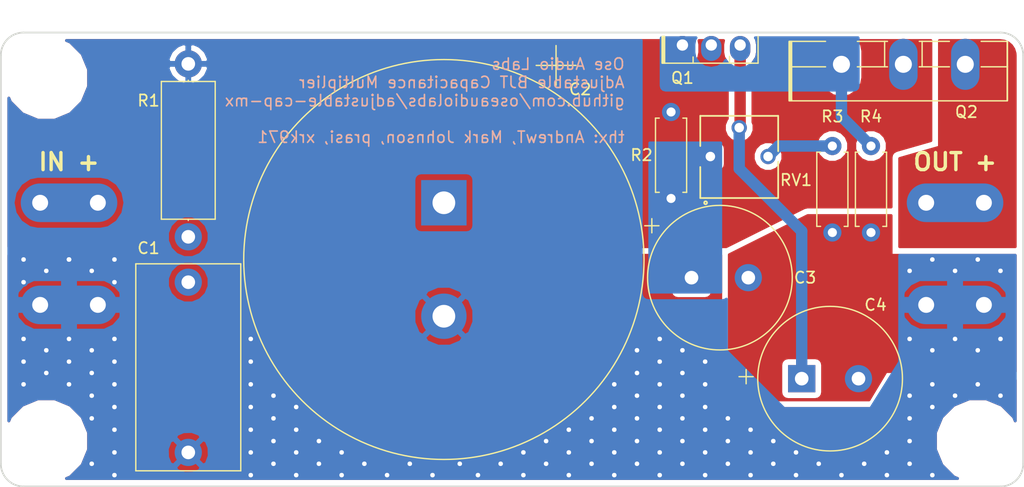
<source format=kicad_pcb>
(kicad_pcb (version 20171130) (host pcbnew "(5.0.0-3-g5ebb6b6)")

  (general
    (thickness 1.6)
    (drawings 19)
    (tracks 138)
    (zones 0)
    (modules 18)
    (nets 8)
  )

  (page A4)
  (layers
    (0 F.Cu signal)
    (31 B.Cu signal)
    (32 B.Adhes user hide)
    (33 F.Adhes user hide)
    (34 B.Paste user hide)
    (35 F.Paste user hide)
    (36 B.SilkS user)
    (37 F.SilkS user)
    (38 B.Mask user)
    (39 F.Mask user)
    (40 Dwgs.User user hide)
    (41 Cmts.User user hide)
    (42 Eco1.User user hide)
    (43 Eco2.User user hide)
    (44 Edge.Cuts user)
    (45 Margin user hide)
    (46 B.CrtYd user hide)
    (47 F.CrtYd user hide)
    (48 B.Fab user hide)
    (49 F.Fab user hide)
  )

  (setup
    (last_trace_width 1)
    (trace_clearance 0.5)
    (zone_clearance 0.5)
    (zone_45_only no)
    (trace_min 0.2)
    (segment_width 0.2)
    (edge_width 0.15)
    (via_size 0.8)
    (via_drill 0.4)
    (via_min_size 0.4)
    (via_min_drill 0.3)
    (uvia_size 0.3)
    (uvia_drill 0.1)
    (uvias_allowed no)
    (uvia_min_size 0.2)
    (uvia_min_drill 0.1)
    (pcb_text_width 0.3)
    (pcb_text_size 1.5 1.5)
    (mod_edge_width 0.15)
    (mod_text_size 1 1)
    (mod_text_width 0.15)
    (pad_size 8.5 3.4)
    (pad_drill 1.4)
    (pad_to_mask_clearance 0.2)
    (aux_axis_origin 0 0)
    (visible_elements FFFFFF7F)
    (pcbplotparams
      (layerselection 0x010fc_ffffffff)
      (usegerberextensions true)
      (usegerberattributes false)
      (usegerberadvancedattributes false)
      (creategerberjobfile false)
      (excludeedgelayer true)
      (linewidth 0.100000)
      (plotframeref false)
      (viasonmask false)
      (mode 1)
      (useauxorigin false)
      (hpglpennumber 1)
      (hpglpenspeed 20)
      (hpglpendiameter 15.000000)
      (psnegative false)
      (psa4output false)
      (plotreference true)
      (plotvalue false)
      (plotinvisibletext false)
      (padsonsilk false)
      (subtractmaskfromsilk false)
      (outputformat 1)
      (mirror false)
      (drillshape 0)
      (scaleselection 1)
      (outputdirectory "gerbers"))
  )

  (net 0 "")
  (net 1 "Net-(C1-Pad1)")
  (net 2 "Net-(C1-Pad2)")
  (net 3 "Net-(C3-Pad1)")
  (net 4 "Net-(C4-Pad1)")
  (net 5 "Net-(J3-Pad1)")
  (net 6 "Net-(Q1-Pad1)")
  (net 7 "Net-(R3-Pad1)")

  (net_class Default "This is the default net class."
    (clearance 0.5)
    (trace_width 1)
    (via_dia 0.8)
    (via_drill 0.4)
    (uvia_dia 0.3)
    (uvia_drill 0.1)
    (add_net "Net-(C1-Pad1)")
    (add_net "Net-(C1-Pad2)")
    (add_net "Net-(C3-Pad1)")
    (add_net "Net-(C4-Pad1)")
    (add_net "Net-(J3-Pad1)")
    (add_net "Net-(Q1-Pad1)")
    (add_net "Net-(R3-Pad1)")
  )

  (module Capacitor_THT:CP_Radial_D12.5mm_P5.00mm (layer F.Cu) (tedit 5B6B94F0) (tstamp 5B5DE41A)
    (at 140.8 111.6)
    (descr "CP, Radial series, Radial, pin pitch=5.00mm, , diameter=12.5mm, Electrolytic Capacitor")
    (tags "CP Radial series Radial pin pitch 5.00mm  diameter 12.5mm Electrolytic Capacitor")
    (path /5B5A2660)
    (fp_text reference C3 (at 10 0 -180) (layer F.SilkS)
      (effects (font (size 1 1) (thickness 0.15)))
    )
    (fp_text value 470u (at 2.5 7.5) (layer F.Fab)
      (effects (font (size 1 1) (thickness 0.15)))
    )
    (fp_circle (center 2.5 0) (end 8.75 0) (layer F.Fab) (width 0.1))
    (fp_circle (center 2.5 0) (end 8.87 0) (layer F.SilkS) (width 0.12))
    (fp_circle (center 2.5 0) (end 9 0) (layer F.CrtYd) (width 0.05))
    (fp_line (start -2.866489 -2.7375) (end -1.616489 -2.7375) (layer F.Fab) (width 0.1))
    (fp_line (start -2.241489 -3.3625) (end -2.241489 -2.1125) (layer F.Fab) (width 0.1))
    (fp_line (start -4.117082 -4.575) (end -2.867082 -4.575) (layer F.SilkS) (width 0.12))
    (fp_line (start -3.492082 -5.2) (end -3.492082 -3.95) (layer F.SilkS) (width 0.12))
    (fp_text user %R (at 2.5 0) (layer F.Fab)
      (effects (font (size 1 1) (thickness 0.15)))
    )
    (pad 1 thru_hole rect (at 0 0) (size 2.4 2.4) (drill 1.2) (layers *.Cu *.Mask)
      (net 3 "Net-(C3-Pad1)"))
    (pad 2 thru_hole circle (at 5 0) (size 2.4 2.4) (drill 1.2) (layers *.Cu *.Mask)
      (net 2 "Net-(C1-Pad2)"))
    (model ${KISYS3DMOD}/Capacitor_THT.3dshapes/CP_Radial_D12.5mm_P5.00mm.wrl
      (at (xyz 0 0 0))
      (scale (xyz 1 1 1))
      (rotate (xyz 0 0 0))
    )
  )

  (module Capacitor_THT:CP_Radial_D12.5mm_P5.00mm (layer F.Cu) (tedit 5B6B94D4) (tstamp 5B6A3352)
    (at 150.5 120.5)
    (descr "CP, Radial series, Radial, pin pitch=5.00mm, , diameter=12.5mm, Electrolytic Capacitor")
    (tags "CP Radial series Radial pin pitch 5.00mm  diameter 12.5mm Electrolytic Capacitor")
    (path /5B5A32DD)
    (fp_text reference C4 (at 6.5 -6.5 -180) (layer F.SilkS)
      (effects (font (size 1 1) (thickness 0.15)))
    )
    (fp_text value 470u (at 2.5 7.5) (layer F.Fab)
      (effects (font (size 1 1) (thickness 0.15)))
    )
    (fp_text user %R (at 2.5 0) (layer F.Fab)
      (effects (font (size 1 1) (thickness 0.15)))
    )
    (fp_line (start -4.892082 -0.8) (end -4.892082 0.45) (layer F.SilkS) (width 0.12))
    (fp_line (start -5.517082 -0.175) (end -4.267082 -0.175) (layer F.SilkS) (width 0.12))
    (fp_line (start -2.241489 -3.3625) (end -2.241489 -2.1125) (layer F.Fab) (width 0.1))
    (fp_line (start -2.866489 -2.7375) (end -1.616489 -2.7375) (layer F.Fab) (width 0.1))
    (fp_circle (center 2.5 0) (end 9 0) (layer F.CrtYd) (width 0.05))
    (fp_circle (center 2.5 0) (end 8.87 0) (layer F.SilkS) (width 0.12))
    (fp_circle (center 2.5 0) (end 8.75 0) (layer F.Fab) (width 0.1))
    (pad 2 thru_hole circle (at 5 0) (size 2.4 2.4) (drill 1.2) (layers *.Cu *.Mask)
      (net 2 "Net-(C1-Pad2)"))
    (pad 1 thru_hole rect (at 0 0) (size 2.4 2.4) (drill 1.2) (layers *.Cu *.Mask)
      (net 4 "Net-(C4-Pad1)"))
    (model ${KISYS3DMOD}/Capacitor_THT.3dshapes/CP_Radial_D12.5mm_P5.00mm.wrl
      (at (xyz 0 0 0))
      (scale (xyz 1 1 1))
      (rotate (xyz 0 0 0))
    )
  )

  (module Capacitor_THT:CP_Radial_D35.0mm_P10.00mm_SnapIn (layer F.Cu) (tedit 5B5CF426) (tstamp 5B5DB49F)
    (at 119 105 270)
    (descr "CP, Radial series, Radial, pin pitch=10.00mm, , diameter=35mm, Electrolytic Capacitor, , http://www.vishay.com/docs/28342/058059pll-si.pdf")
    (tags "CP Radial series Radial pin pitch 10.00mm  diameter 35mm Electrolytic Capacitor")
    (path /5B5A2533)
    (fp_text reference C2 (at -10 -12) (layer F.SilkS)
      (effects (font (size 1 1) (thickness 0.15)))
    )
    (fp_text value 22m (at 5 18.75 270) (layer F.Fab)
      (effects (font (size 1 1) (thickness 0.15)))
    )
    (fp_circle (center 5 0) (end 22.5 0) (layer F.Fab) (width 0.1))
    (fp_circle (center 5 0) (end 22.62 0) (layer F.SilkS) (width 0.12))
    (fp_circle (center 5 0) (end 22.75 0) (layer F.CrtYd) (width 0.05))
    (fp_line (start -10.065141 -7.6875) (end -6.565141 -7.6875) (layer F.Fab) (width 0.1))
    (fp_line (start -8.315141 -9.4375) (end -8.315141 -5.9375) (layer F.Fab) (width 0.1))
    (fp_line (start -13.854002 -9.875) (end -10.354002 -9.875) (layer F.SilkS) (width 0.12))
    (fp_line (start -12.104002 -11.625) (end -12.104002 -8.125) (layer F.SilkS) (width 0.12))
    (fp_text user %R (at 5 0 270) (layer F.Fab)
      (effects (font (size 1 1) (thickness 0.15)))
    )
    (pad 1 thru_hole rect (at 0 0 270) (size 4 4) (drill 2) (layers *.Cu *.Mask)
      (net 1 "Net-(C1-Pad1)"))
    (pad 2 thru_hole circle (at 10 0 270) (size 4 4) (drill 2) (layers *.Cu *.Mask)
      (net 2 "Net-(C1-Pad2)"))
    (model ${KISYS3DMOD}/Capacitor_THT.3dshapes/CP_Radial_D35.0mm_P10.00mm_SnapIn.wrl
      (at (xyz 0 0 0))
      (scale (xyz 1 1 1))
      (rotate (xyz 0 0 0))
    )
  )

  (module ose-audio-labs:FASTON_TAB (layer F.Cu) (tedit 5B691F80) (tstamp 5B665733)
    (at 164 114)
    (path /5B5ADC66)
    (fp_text reference J4 (at 0 3) (layer F.SilkS) hide
      (effects (font (size 1.5 1.5) (thickness 0.25)))
    )
    (fp_text value OUT- (at 0 -3) (layer F.Fab)
      (effects (font (size 1.5 1.5) (thickness 0.25)))
    )
    (fp_line (start -5.5 -4.25) (end 5.5 -4.25) (layer F.CrtYd) (width 0.2))
    (fp_line (start 5.5 -4.25) (end 5.5 4.25) (layer F.CrtYd) (width 0.2))
    (fp_line (start 5.5 4.25) (end -5.5 4.25) (layer F.CrtYd) (width 0.2))
    (fp_line (start -5.5 4.25) (end -5.5 -4.25) (layer F.CrtYd) (width 0.2))
    (pad 1 thru_hole oval (at 2.54 0) (size 8.5 3.4) (drill 1.4 (offset -2.54 0)) (layers *.Cu *.Mask)
      (net 2 "Net-(C1-Pad2)") (thermal_width 1.4) (thermal_gap 0.4))
    (pad 1 thru_hole circle (at -2.54 0) (size 2 2) (drill 1.4) (layers *.Cu *.Mask)
      (net 2 "Net-(C1-Pad2)") (zone_connect 2))
    (model ${KIPRJMOD}/lib/c-63824-1-ad-3d.stp
      (offset (xyz 0 0 10.35))
      (scale (xyz 1 1 1))
      (rotate (xyz 0 0 0))
    )
  )

  (module ose-audio-labs:FASTON_TAB (layer F.Cu) (tedit 5B691F80) (tstamp 5B5B8EF2)
    (at 86 114)
    (path /5B5ADD5B)
    (fp_text reference J2 (at 0 3) (layer F.SilkS) hide
      (effects (font (size 1.5 1.5) (thickness 0.25)))
    )
    (fp_text value IN- (at 0 -3) (layer F.Fab)
      (effects (font (size 1.5 1.5) (thickness 0.25)))
    )
    (fp_line (start -5.5 -4.25) (end 5.5 -4.25) (layer F.CrtYd) (width 0.2))
    (fp_line (start 5.5 -4.25) (end 5.5 4.25) (layer F.CrtYd) (width 0.2))
    (fp_line (start 5.5 4.25) (end -5.5 4.25) (layer F.CrtYd) (width 0.2))
    (fp_line (start -5.5 4.25) (end -5.5 -4.25) (layer F.CrtYd) (width 0.2))
    (pad 1 thru_hole oval (at 2.54 0) (size 8.5 3.4) (drill 1.4 (offset -2.54 0)) (layers *.Cu *.Mask)
      (net 2 "Net-(C1-Pad2)") (thermal_width 1.4) (thermal_gap 0.4))
    (pad 1 thru_hole circle (at -2.54 0) (size 2 2) (drill 1.4) (layers *.Cu *.Mask)
      (net 2 "Net-(C1-Pad2)") (zone_connect 2))
    (model ${KIPRJMOD}/lib/c-63824-1-ad-3d.stp
      (offset (xyz 0 0 10.35))
      (scale (xyz 1 1 1))
      (rotate (xyz 0 0 0))
    )
  )

  (module ose-audio-labs:FASTON_TAB (layer F.Cu) (tedit 5B691F80) (tstamp 5B666DAF)
    (at 164 105)
    (path /5B5ADC06)
    (fp_text reference J3 (at 0 3) (layer F.SilkS) hide
      (effects (font (size 1.5 1.5) (thickness 0.25)))
    )
    (fp_text value OUT+ (at 0 -3) (layer F.Fab)
      (effects (font (size 1.5 1.5) (thickness 0.25)))
    )
    (fp_line (start -5.5 -4.25) (end 5.5 -4.25) (layer F.CrtYd) (width 0.2))
    (fp_line (start 5.5 -4.25) (end 5.5 4.25) (layer F.CrtYd) (width 0.2))
    (fp_line (start 5.5 4.25) (end -5.5 4.25) (layer F.CrtYd) (width 0.2))
    (fp_line (start -5.5 4.25) (end -5.5 -4.25) (layer F.CrtYd) (width 0.2))
    (pad 1 thru_hole oval (at 2.54 0) (size 8.5 3.4) (drill 1.4 (offset -2.54 0)) (layers *.Cu *.Mask)
      (net 5 "Net-(J3-Pad1)") (thermal_width 1.4) (thermal_gap 0.4))
    (pad 1 thru_hole circle (at -2.54 0) (size 2 2) (drill 1.4) (layers *.Cu *.Mask)
      (net 5 "Net-(J3-Pad1)") (zone_connect 2))
    (model ${KIPRJMOD}/lib/c-63824-1-ad-3d.stp
      (offset (xyz 0 0 10.35))
      (scale (xyz 1 1 1))
      (rotate (xyz 0 0 0))
    )
  )

  (module ose-audio-labs:FASTON_TAB (layer F.Cu) (tedit 5B691F80) (tstamp 5B666FCC)
    (at 86 105)
    (path /5B5ADCCC)
    (fp_text reference J1 (at 0 3) (layer F.SilkS) hide
      (effects (font (size 1.5 1.5) (thickness 0.25)))
    )
    (fp_text value IN+ (at 0 -3) (layer F.Fab)
      (effects (font (size 1.5 1.5) (thickness 0.25)))
    )
    (fp_line (start -5.5 -4.25) (end 5.5 -4.25) (layer F.CrtYd) (width 0.2))
    (fp_line (start 5.5 -4.25) (end 5.5 4.25) (layer F.CrtYd) (width 0.2))
    (fp_line (start 5.5 4.25) (end -5.5 4.25) (layer F.CrtYd) (width 0.2))
    (fp_line (start -5.5 4.25) (end -5.5 -4.25) (layer F.CrtYd) (width 0.2))
    (pad 1 thru_hole oval (at 2.54 0) (size 8.5 3.4) (drill 1.4 (offset -2.54 0)) (layers *.Cu *.Mask)
      (net 1 "Net-(C1-Pad1)") (thermal_width 1.4) (thermal_gap 0.4))
    (pad 1 thru_hole circle (at -2.54 0) (size 2 2) (drill 1.4) (layers *.Cu *.Mask)
      (net 1 "Net-(C1-Pad1)") (zone_connect 2))
    (model ${KIPRJMOD}/lib/c-63824-1-ad-3d.stp
      (offset (xyz 0 0 10.35))
      (scale (xyz 1 1 1))
      (rotate (xyz 0 0 0))
    )
  )

  (module Package_TO_SOT_THT:TO-264-3_Vertical (layer F.Cu) (tedit 5B5D3F4F) (tstamp 5B66458F)
    (at 154 92.8)
    (descr "TO-264-3, Vertical, RM 5.45mm, see https://www.fairchildsemi.com/package-drawings/TO/TO264A03.pdf")
    (tags "TO-264-3 Vertical RM 5.45mm")
    (path /5B5A31CE)
    (fp_text reference Q2 (at 11 4.2) (layer F.SilkS)
      (effects (font (size 1 1) (thickness 0.15)))
    )
    (fp_text value 2SC5200 (at 5.45 4.35) (layer F.Fab)
      (effects (font (size 1 1) (thickness 0.15)))
    )
    (fp_line (start -4.55 -1.9) (end -4.55 3.1) (layer F.Fab) (width 0.1))
    (fp_line (start -4.55 3.1) (end 15.45 3.1) (layer F.Fab) (width 0.1))
    (fp_line (start 15.45 3.1) (end 15.45 -1.9) (layer F.Fab) (width 0.1))
    (fp_line (start 15.45 -1.9) (end -4.55 -1.9) (layer F.Fab) (width 0.1))
    (fp_line (start -4.55 0.1) (end 15.45 0.1) (layer F.Fab) (width 0.1))
    (fp_line (start 3.8 -1.9) (end 3.8 0.1) (layer F.Fab) (width 0.1))
    (fp_line (start 7.1 -1.9) (end 7.1 0.1) (layer F.Fab) (width 0.1))
    (fp_line (start -4.600068 -2.021) (end -1.4 -2.021) (layer F.SilkS) (width 0.12))
    (fp_line (start 1.4 -2.021) (end 4.051 -2.021) (layer F.SilkS) (width 0.12))
    (fp_line (start 6.85 -2.021) (end 9.5 -2.021) (layer F.SilkS) (width 0.12))
    (fp_line (start 12.3 -2.021) (end 14.600095 -2.021) (layer F.SilkS) (width 0.12))
    (fp_line (start -4.60001 3.22) (end 14.60001 3.22) (layer F.SilkS) (width 0.12))
    (fp_line (start -4.600062 0.22) (end -1.4 0.22) (layer F.SilkS) (width 0.12))
    (fp_line (start 1.4 0.22) (end 4.051 0.22) (layer F.SilkS) (width 0.12))
    (fp_line (start 6.85 0.22) (end 9.5 0.22) (layer F.SilkS) (width 0.12))
    (fp_line (start 12.3 0.22) (end 14.600086 0.22) (layer F.SilkS) (width 0.12))
    (fp_line (start 3.8 -2.021) (end 3.8 0.22) (layer F.SilkS) (width 0.12))
    (fp_line (start 7.1 -2.021) (end 7.1 0.22) (layer F.SilkS) (width 0.12))
    (fp_line (start -4.8 -2.5) (end -4.8 3.35) (layer F.CrtYd) (width 0.05))
    (fp_line (start -4.8 3.35) (end 15.7 3.35) (layer F.CrtYd) (width 0.05))
    (fp_line (start 15.7 3.35) (end 15.7 -2.5) (layer F.CrtYd) (width 0.05))
    (fp_line (start 15.7 -2.5) (end -4.8 -2.5) (layer F.CrtYd) (width 0.05))
    (fp_text user %R (at 5.45 -3.02) (layer F.Fab)
      (effects (font (size 1 1) (thickness 0.15)))
    )
    (fp_line (start -4.5 -3.75) (end 15.5 -3.75) (layer F.Fab) (width 0.15))
    (fp_line (start 15.5 -3.75) (end 15.5 -1.5) (layer F.Fab) (width 0.15))
    (fp_line (start -4.5 -3.75) (end -4.5 -1.5) (layer F.Fab) (width 0.15))
    (fp_line (start -4.6 -2) (end -4.6 3.2) (layer F.SilkS) (width 0.15))
    (fp_line (start -4.5 -2) (end -4.5 3.2) (layer F.SilkS) (width 0.15))
    (fp_line (start -4.4 -2) (end -4.4 3.1) (layer F.SilkS) (width 0.15))
    (fp_line (start -4.4 3.1) (end -4.4 3.2) (layer F.SilkS) (width 0.15))
    (fp_line (start 14.6 -2) (end 14.6 0.2) (layer F.SilkS) (width 0.15))
    (fp_line (start 14.6 0.2) (end 14.6 3.2) (layer F.SilkS) (width 0.15))
    (pad 1 thru_hole oval (at 0 0) (size 2.5 4.5) (drill 1.5) (layers *.Cu *.Mask)
      (net 6 "Net-(Q1-Pad1)"))
    (pad 2 thru_hole oval (at 5.45 0) (size 2.5 4.5) (drill 1.5) (layers *.Cu *.Mask)
      (net 1 "Net-(C1-Pad1)"))
    (pad 3 thru_hole oval (at 10.9 0) (size 2.5 4.5) (drill 1.5) (layers *.Cu *.Mask)
      (net 5 "Net-(J3-Pad1)"))
    (model ${KISYS3DMOD}/Package_TO_SOT_THT.3dshapes/TO-264-3_Vertical.wrl
      (at (xyz 0 0 0))
      (scale (xyz 1 1 1))
      (rotate (xyz 0 0 0))
    )
  )

  (module Capacitor_THT:C_Rect_L18.0mm_W9.0mm_P15.00mm_FKS3_FKP3 (layer F.Cu) (tedit 5AE50EF0) (tstamp 5B66410A)
    (at 96.5 112 270)
    (descr "C, Rect series, Radial, pin pitch=15.00mm, , length*width=18*9mm^2, Capacitor, http://www.wima.com/EN/WIMA_FKS_3.pdf")
    (tags "C Rect series Radial pin pitch 15.00mm  length 18mm width 9mm Capacitor")
    (path /5B5AA633)
    (fp_text reference C1 (at -3 3.5) (layer F.SilkS)
      (effects (font (size 1 1) (thickness 0.15)))
    )
    (fp_text value 2u (at 7.5 5.75 270) (layer F.Fab)
      (effects (font (size 1 1) (thickness 0.15)))
    )
    (fp_text user %R (at 7.5 0 270) (layer F.Fab)
      (effects (font (size 1 1) (thickness 0.15)))
    )
    (fp_line (start 16.75 -4.75) (end -1.75 -4.75) (layer F.CrtYd) (width 0.05))
    (fp_line (start 16.75 4.75) (end 16.75 -4.75) (layer F.CrtYd) (width 0.05))
    (fp_line (start -1.75 4.75) (end 16.75 4.75) (layer F.CrtYd) (width 0.05))
    (fp_line (start -1.75 -4.75) (end -1.75 4.75) (layer F.CrtYd) (width 0.05))
    (fp_line (start 16.62 -4.62) (end 16.62 4.62) (layer F.SilkS) (width 0.12))
    (fp_line (start -1.62 -4.62) (end -1.62 4.62) (layer F.SilkS) (width 0.12))
    (fp_line (start -1.62 4.62) (end 16.62 4.62) (layer F.SilkS) (width 0.12))
    (fp_line (start -1.62 -4.62) (end 16.62 -4.62) (layer F.SilkS) (width 0.12))
    (fp_line (start 16.5 -4.5) (end -1.5 -4.5) (layer F.Fab) (width 0.1))
    (fp_line (start 16.5 4.5) (end 16.5 -4.5) (layer F.Fab) (width 0.1))
    (fp_line (start -1.5 4.5) (end 16.5 4.5) (layer F.Fab) (width 0.1))
    (fp_line (start -1.5 -4.5) (end -1.5 4.5) (layer F.Fab) (width 0.1))
    (pad 2 thru_hole circle (at 15 0 270) (size 2.4 2.4) (drill 1.2) (layers *.Cu *.Mask)
      (net 2 "Net-(C1-Pad2)"))
    (pad 1 thru_hole circle (at 0 0 270) (size 2.4 2.4) (drill 1.2) (layers *.Cu *.Mask)
      (net 1 "Net-(C1-Pad1)"))
    (model ${KISYS3DMOD}/Capacitor_THT.3dshapes/C_Rect_L18.0mm_W9.0mm_P15.00mm_FKS3_FKP3.wrl
      (at (xyz 0 0 0))
      (scale (xyz 1 1 1))
      (rotate (xyz 0 0 0))
    )
  )

  (module Package_TO_SOT_THT:TO-126-3_Vertical (layer F.Cu) (tedit 5B5D09A4) (tstamp 5B5DBBFE)
    (at 140 91.1)
    (descr "TO-126-3, Vertical, RM 2.54mm, see https://www.diodes.com/assets/Package-Files/TO126.pdf")
    (tags "TO-126-3 Vertical RM 2.54mm")
    (path /5B5A2FE1)
    (fp_text reference Q1 (at 0 2.9) (layer F.SilkS)
      (effects (font (size 1 1) (thickness 0.15)))
    )
    (fp_text value BD139 (at 2.54 2.5) (layer F.Fab)
      (effects (font (size 1 1) (thickness 0.15)))
    )
    (fp_line (start -1.46 -2) (end -1.46 1.25) (layer F.Fab) (width 0.1))
    (fp_line (start -1.46 1.25) (end 6.54 1.25) (layer F.Fab) (width 0.1))
    (fp_line (start 6.54 1.25) (end 6.54 -2) (layer F.Fab) (width 0.1))
    (fp_line (start 6.54 -2) (end -1.46 -2) (layer F.Fab) (width 0.1))
    (fp_line (start 0.94 -2) (end 0.94 1.25) (layer F.Fab) (width 0.1))
    (fp_line (start 4.14 -2) (end 4.14 1.25) (layer F.Fab) (width 0.1))
    (fp_line (start -1.555 1.600763) (end 6.66 1.600763) (layer F.SilkS) (width 0.12))
    (fp_line (start 6.66 -0.756029) (end 6.66 1.600763) (layer F.SilkS) (width 0.12))
    (fp_line (start 0.94 1.05) (end 0.94 1.601452) (layer F.SilkS) (width 0.12))
    (fp_line (start 4.141 0.998603) (end 4.141 1.600792) (layer F.SilkS) (width 0.12))
    (fp_line (start -1.71 -2.25) (end -1.71 1.5) (layer F.CrtYd) (width 0.05))
    (fp_line (start -1.71 1.5) (end 6.79 1.5) (layer F.CrtYd) (width 0.05))
    (fp_line (start 6.79 1.5) (end 6.79 -2.25) (layer F.CrtYd) (width 0.05))
    (fp_line (start 6.79 -2.25) (end -1.71 -2.25) (layer F.CrtYd) (width 0.05))
    (fp_text user %R (at 2.54 -3.12) (layer F.Fab)
      (effects (font (size 1 1) (thickness 0.15)))
    )
    (fp_poly (pts (xy -1.58 -0.75) (xy -1.78 -0.75) (xy -1.78 1.59) (xy -1.58 1.59)) (layer F.SilkS) (width 0.15))
    (pad 1 thru_hole oval (at 0 0) (size 1.8 2.2) (drill 1 (offset 0 0.3)) (layers *.Cu *.Mask)
      (net 6 "Net-(Q1-Pad1)"))
    (pad 2 thru_hole oval (at 2.54 0) (size 1.8 2.2) (drill 1 (offset 0 0.3)) (layers *.Cu *.Mask)
      (net 1 "Net-(C1-Pad1)"))
    (pad 3 thru_hole oval (at 5.08 0) (size 1.8 2.2) (drill 1 (offset 0 0.3)) (layers *.Cu *.Mask)
      (net 4 "Net-(C4-Pad1)"))
    (model ${KISYS3DMOD}/Package_TO_SOT_THT.3dshapes/TO-126-3_Vertical.wrl
      (at (xyz 0 0 0))
      (scale (xyz 1 1 1))
      (rotate (xyz 0 0 0))
    )
  )

  (module lib:3362P-1-102LF (layer F.Cu) (tedit 5B5D1EBA) (tstamp 5B66D2AC)
    (at 147.54 101)
    (path /5B5A2936)
    (fp_text reference RV1 (at 2.46 2) (layer F.SilkS)
      (effects (font (size 1 1) (thickness 0.15)))
    )
    (fp_text value 2k/.5W (at -2.54 -0.0381) (layer F.SilkS) hide
      (effects (font (size 1 1) (thickness 0.15)))
    )
    (fp_text user "Copyright 2016 Accelerated Designs. All rights reserved." (at 0 0) (layer Cmts.User)
      (effects (font (size 0.127 0.127) (thickness 0.002)))
    )
    (fp_line (start -5.969 3.5814) (end 0.889 3.5814) (layer F.SilkS) (width 0.1524))
    (fp_line (start 0.889 3.5814) (end 0.889 0.394324) (layer F.SilkS) (width 0.1524))
    (fp_line (start 0.889 -3.6576) (end -5.969 -3.6576) (layer F.SilkS) (width 0.1524))
    (fp_line (start -5.969 -3.6576) (end -5.969 -1.002486) (layer F.SilkS) (width 0.1524))
    (fp_line (start -5.842 3.4544) (end 0.762 3.4544) (layer F.Fab) (width 0.1524))
    (fp_line (start 0.762 3.4544) (end 0.762 -3.5306) (layer F.Fab) (width 0.1524))
    (fp_line (start 0.762 -3.5306) (end -5.842 -3.5306) (layer F.Fab) (width 0.1524))
    (fp_line (start -5.842 -3.5306) (end -5.842 3.4544) (layer F.Fab) (width 0.1524))
    (fp_line (start -5.969 0.850086) (end -5.969 3.5814) (layer F.SilkS) (width 0.1524))
    (fp_line (start 0.889 -0.546724) (end 0.889 -3.6576) (layer F.SilkS) (width 0.1524))
    (fp_line (start -6.096 3.9624) (end -6.096 -4.0386) (layer F.CrtYd) (width 0.1524))
    (fp_line (start -6.096 -4.0386) (end 1.016 -4.0386) (layer F.CrtYd) (width 0.1524))
    (fp_line (start 1.016 -4.0386) (end 1.016 3.9624) (layer F.CrtYd) (width 0.1524))
    (fp_line (start 1.016 3.9624) (end -6.096 3.9624) (layer F.CrtYd) (width 0.1524))
    (fp_circle (center -5.08 3.2004) (end -4.953 3.2004) (layer F.Fab) (width 0.1524))
    (fp_circle (center -5.5 4) (end -5.373 4) (layer F.SilkS) (width 0.1524))
    (pad 1 thru_hole rect (at -5.08 -0.0762) (size 1.3462 1.3462) (drill 0.8382) (layers *.Cu *.Mask)
      (net 3 "Net-(C3-Pad1)"))
    (pad 2 thru_hole circle (at -2.54 -2.6162) (size 1.3462 1.3462) (drill 0.8382) (layers *.Cu *.Mask)
      (net 4 "Net-(C4-Pad1)"))
    (pad 3 thru_hole circle (at 0 -0.0762) (size 1.3462 1.3462) (drill 0.8382) (layers *.Cu *.Mask)
      (net 7 "Net-(R3-Pad1)"))
    (model ${KIPRJMOD}/lib/3362P001XXX0A.stp
      (offset (xyz -2.5 0.5 4.7))
      (scale (xyz 1 1 1))
      (rotate (xyz 90 0 90))
    )
  )

  (module Resistor_THT:R_Axial_DIN0414_L11.9mm_D4.5mm_P15.24mm_Horizontal (layer F.Cu) (tedit 5AE5139B) (tstamp 5B6645A6)
    (at 96.5 108 90)
    (descr "Resistor, Axial_DIN0414 series, Axial, Horizontal, pin pitch=15.24mm, 2W, length*diameter=11.9*4.5mm^2, http://www.vishay.com/docs/20128/wkxwrx.pdf")
    (tags "Resistor Axial_DIN0414 series Axial Horizontal pin pitch 15.24mm 2W length 11.9mm diameter 4.5mm")
    (path /5B5A24CE)
    (fp_text reference R1 (at 12 -3.5 180) (layer F.SilkS)
      (effects (font (size 1 1) (thickness 0.15)))
    )
    (fp_text value 3k/2W (at 7.62 3.37 90) (layer F.Fab)
      (effects (font (size 1 1) (thickness 0.15)))
    )
    (fp_line (start 1.67 -2.25) (end 1.67 2.25) (layer F.Fab) (width 0.1))
    (fp_line (start 1.67 2.25) (end 13.57 2.25) (layer F.Fab) (width 0.1))
    (fp_line (start 13.57 2.25) (end 13.57 -2.25) (layer F.Fab) (width 0.1))
    (fp_line (start 13.57 -2.25) (end 1.67 -2.25) (layer F.Fab) (width 0.1))
    (fp_line (start 0 0) (end 1.67 0) (layer F.Fab) (width 0.1))
    (fp_line (start 15.24 0) (end 13.57 0) (layer F.Fab) (width 0.1))
    (fp_line (start 1.55 -2.37) (end 1.55 2.37) (layer F.SilkS) (width 0.12))
    (fp_line (start 1.55 2.37) (end 13.69 2.37) (layer F.SilkS) (width 0.12))
    (fp_line (start 13.69 2.37) (end 13.69 -2.37) (layer F.SilkS) (width 0.12))
    (fp_line (start 13.69 -2.37) (end 1.55 -2.37) (layer F.SilkS) (width 0.12))
    (fp_line (start 1.44 0) (end 1.55 0) (layer F.SilkS) (width 0.12))
    (fp_line (start 13.8 0) (end 13.69 0) (layer F.SilkS) (width 0.12))
    (fp_line (start -1.45 -2.5) (end -1.45 2.5) (layer F.CrtYd) (width 0.05))
    (fp_line (start -1.45 2.5) (end 16.69 2.5) (layer F.CrtYd) (width 0.05))
    (fp_line (start 16.69 2.5) (end 16.69 -2.5) (layer F.CrtYd) (width 0.05))
    (fp_line (start 16.69 -2.5) (end -1.45 -2.5) (layer F.CrtYd) (width 0.05))
    (fp_text user %R (at 7.62 0 90) (layer F.Fab)
      (effects (font (size 1 1) (thickness 0.15)))
    )
    (pad 1 thru_hole circle (at 0 0 90) (size 2.4 2.4) (drill 1.2) (layers *.Cu *.Mask)
      (net 1 "Net-(C1-Pad1)"))
    (pad 2 thru_hole oval (at 15.24 0 90) (size 2.4 2.4) (drill 1.2) (layers *.Cu *.Mask)
      (net 2 "Net-(C1-Pad2)"))
    (model ${KISYS3DMOD}/Resistor_THT.3dshapes/R_Axial_DIN0414_L11.9mm_D4.5mm_P15.24mm_Horizontal.wrl
      (at (xyz 0 0 0))
      (scale (xyz 1 1 1))
      (rotate (xyz 0 0 0))
    )
  )

  (module Resistor_THT:R_Axial_DIN0207_L6.3mm_D2.5mm_P7.62mm_Horizontal (layer F.Cu) (tedit 5AE5139B) (tstamp 5B6645BD)
    (at 139 97 270)
    (descr "Resistor, Axial_DIN0207 series, Axial, Horizontal, pin pitch=7.62mm, 0.25W = 1/4W, length*diameter=6.3*2.5mm^2, http://cdn-reichelt.de/documents/datenblatt/B400/1_4W%23YAG.pdf")
    (tags "Resistor Axial_DIN0207 series Axial Horizontal pin pitch 7.62mm 0.25W = 1/4W length 6.3mm diameter 2.5mm")
    (path /5B5A2608)
    (fp_text reference R2 (at 3.8 2.6) (layer F.SilkS)
      (effects (font (size 1 1) (thickness 0.15)))
    )
    (fp_text value 150 (at 3.81 2.37 270) (layer F.Fab)
      (effects (font (size 1 1) (thickness 0.15)))
    )
    (fp_line (start 0.66 -1.25) (end 0.66 1.25) (layer F.Fab) (width 0.1))
    (fp_line (start 0.66 1.25) (end 6.96 1.25) (layer F.Fab) (width 0.1))
    (fp_line (start 6.96 1.25) (end 6.96 -1.25) (layer F.Fab) (width 0.1))
    (fp_line (start 6.96 -1.25) (end 0.66 -1.25) (layer F.Fab) (width 0.1))
    (fp_line (start 0 0) (end 0.66 0) (layer F.Fab) (width 0.1))
    (fp_line (start 7.62 0) (end 6.96 0) (layer F.Fab) (width 0.1))
    (fp_line (start 0.54 -1.04) (end 0.54 -1.37) (layer F.SilkS) (width 0.12))
    (fp_line (start 0.54 -1.37) (end 7.08 -1.37) (layer F.SilkS) (width 0.12))
    (fp_line (start 7.08 -1.37) (end 7.08 -1.04) (layer F.SilkS) (width 0.12))
    (fp_line (start 0.54 1.04) (end 0.54 1.37) (layer F.SilkS) (width 0.12))
    (fp_line (start 0.54 1.37) (end 7.08 1.37) (layer F.SilkS) (width 0.12))
    (fp_line (start 7.08 1.37) (end 7.08 1.04) (layer F.SilkS) (width 0.12))
    (fp_line (start -1.05 -1.5) (end -1.05 1.5) (layer F.CrtYd) (width 0.05))
    (fp_line (start -1.05 1.5) (end 8.67 1.5) (layer F.CrtYd) (width 0.05))
    (fp_line (start 8.67 1.5) (end 8.67 -1.5) (layer F.CrtYd) (width 0.05))
    (fp_line (start 8.67 -1.5) (end -1.05 -1.5) (layer F.CrtYd) (width 0.05))
    (fp_text user %R (at 3.81 0 270) (layer F.Fab)
      (effects (font (size 1 1) (thickness 0.15)))
    )
    (pad 1 thru_hole circle (at 0 0 270) (size 1.6 1.6) (drill 0.8) (layers *.Cu *.Mask)
      (net 1 "Net-(C1-Pad1)"))
    (pad 2 thru_hole oval (at 7.62 0 270) (size 1.6 1.6) (drill 0.8) (layers *.Cu *.Mask)
      (net 3 "Net-(C3-Pad1)"))
    (model ${KISYS3DMOD}/Resistor_THT.3dshapes/R_Axial_DIN0207_L6.3mm_D2.5mm_P7.62mm_Horizontal.wrl
      (at (xyz 0 0 0))
      (scale (xyz 1 1 1))
      (rotate (xyz 0 0 0))
    )
  )

  (module Resistor_THT:R_Axial_DIN0207_L6.3mm_D2.5mm_P7.62mm_Horizontal (layer F.Cu) (tedit 5AE5139B) (tstamp 5B5BBD40)
    (at 153.2 100 270)
    (descr "Resistor, Axial_DIN0207 series, Axial, Horizontal, pin pitch=7.62mm, 0.25W = 1/4W, length*diameter=6.3*2.5mm^2, http://cdn-reichelt.de/documents/datenblatt/B400/1_4W%23YAG.pdf")
    (tags "Resistor Axial_DIN0207 series Axial Horizontal pin pitch 7.62mm 0.25W = 1/4W length 6.3mm diameter 2.5mm")
    (path /5B5A29DF)
    (fp_text reference R3 (at -2.6 0) (layer F.SilkS)
      (effects (font (size 1 1) (thickness 0.15)))
    )
    (fp_text value 10k (at 3.81 2.37 270) (layer F.Fab)
      (effects (font (size 1 1) (thickness 0.15)))
    )
    (fp_text user %R (at 3.81 0 270) (layer F.Fab)
      (effects (font (size 1 1) (thickness 0.15)))
    )
    (fp_line (start 8.67 -1.5) (end -1.05 -1.5) (layer F.CrtYd) (width 0.05))
    (fp_line (start 8.67 1.5) (end 8.67 -1.5) (layer F.CrtYd) (width 0.05))
    (fp_line (start -1.05 1.5) (end 8.67 1.5) (layer F.CrtYd) (width 0.05))
    (fp_line (start -1.05 -1.5) (end -1.05 1.5) (layer F.CrtYd) (width 0.05))
    (fp_line (start 7.08 1.37) (end 7.08 1.04) (layer F.SilkS) (width 0.12))
    (fp_line (start 0.54 1.37) (end 7.08 1.37) (layer F.SilkS) (width 0.12))
    (fp_line (start 0.54 1.04) (end 0.54 1.37) (layer F.SilkS) (width 0.12))
    (fp_line (start 7.08 -1.37) (end 7.08 -1.04) (layer F.SilkS) (width 0.12))
    (fp_line (start 0.54 -1.37) (end 7.08 -1.37) (layer F.SilkS) (width 0.12))
    (fp_line (start 0.54 -1.04) (end 0.54 -1.37) (layer F.SilkS) (width 0.12))
    (fp_line (start 7.62 0) (end 6.96 0) (layer F.Fab) (width 0.1))
    (fp_line (start 0 0) (end 0.66 0) (layer F.Fab) (width 0.1))
    (fp_line (start 6.96 -1.25) (end 0.66 -1.25) (layer F.Fab) (width 0.1))
    (fp_line (start 6.96 1.25) (end 6.96 -1.25) (layer F.Fab) (width 0.1))
    (fp_line (start 0.66 1.25) (end 6.96 1.25) (layer F.Fab) (width 0.1))
    (fp_line (start 0.66 -1.25) (end 0.66 1.25) (layer F.Fab) (width 0.1))
    (pad 2 thru_hole oval (at 7.62 0 270) (size 1.6 1.6) (drill 0.8) (layers *.Cu *.Mask)
      (net 2 "Net-(C1-Pad2)"))
    (pad 1 thru_hole circle (at 0 0 270) (size 1.6 1.6) (drill 0.8) (layers *.Cu *.Mask)
      (net 7 "Net-(R3-Pad1)"))
    (model ${KISYS3DMOD}/Resistor_THT.3dshapes/R_Axial_DIN0207_L6.3mm_D2.5mm_P7.62mm_Horizontal.wrl
      (at (xyz 0 0 0))
      (scale (xyz 1 1 1))
      (rotate (xyz 0 0 0))
    )
  )

  (module Resistor_THT:R_Axial_DIN0207_L6.3mm_D2.5mm_P7.62mm_Horizontal (layer F.Cu) (tedit 5AE5139B) (tstamp 5B6A38C3)
    (at 156.6 100 270)
    (descr "Resistor, Axial_DIN0207 series, Axial, Horizontal, pin pitch=7.62mm, 0.25W = 1/4W, length*diameter=6.3*2.5mm^2, http://cdn-reichelt.de/documents/datenblatt/B400/1_4W%23YAG.pdf")
    (tags "Resistor Axial_DIN0207 series Axial Horizontal pin pitch 7.62mm 0.25W = 1/4W length 6.3mm diameter 2.5mm")
    (path /5B5A2A7B)
    (fp_text reference R4 (at -2.6 0) (layer F.SilkS)
      (effects (font (size 1 1) (thickness 0.15)))
    )
    (fp_text value 2k (at 3.81 2.37 270) (layer F.Fab)
      (effects (font (size 1 1) (thickness 0.15)))
    )
    (fp_line (start 0.66 -1.25) (end 0.66 1.25) (layer F.Fab) (width 0.1))
    (fp_line (start 0.66 1.25) (end 6.96 1.25) (layer F.Fab) (width 0.1))
    (fp_line (start 6.96 1.25) (end 6.96 -1.25) (layer F.Fab) (width 0.1))
    (fp_line (start 6.96 -1.25) (end 0.66 -1.25) (layer F.Fab) (width 0.1))
    (fp_line (start 0 0) (end 0.66 0) (layer F.Fab) (width 0.1))
    (fp_line (start 7.62 0) (end 6.96 0) (layer F.Fab) (width 0.1))
    (fp_line (start 0.54 -1.04) (end 0.54 -1.37) (layer F.SilkS) (width 0.12))
    (fp_line (start 0.54 -1.37) (end 7.08 -1.37) (layer F.SilkS) (width 0.12))
    (fp_line (start 7.08 -1.37) (end 7.08 -1.04) (layer F.SilkS) (width 0.12))
    (fp_line (start 0.54 1.04) (end 0.54 1.37) (layer F.SilkS) (width 0.12))
    (fp_line (start 0.54 1.37) (end 7.08 1.37) (layer F.SilkS) (width 0.12))
    (fp_line (start 7.08 1.37) (end 7.08 1.04) (layer F.SilkS) (width 0.12))
    (fp_line (start -1.05 -1.5) (end -1.05 1.5) (layer F.CrtYd) (width 0.05))
    (fp_line (start -1.05 1.5) (end 8.67 1.5) (layer F.CrtYd) (width 0.05))
    (fp_line (start 8.67 1.5) (end 8.67 -1.5) (layer F.CrtYd) (width 0.05))
    (fp_line (start 8.67 -1.5) (end -1.05 -1.5) (layer F.CrtYd) (width 0.05))
    (fp_text user %R (at 3.81 0 270) (layer F.Fab)
      (effects (font (size 1 1) (thickness 0.15)))
    )
    (pad 1 thru_hole circle (at 0 0 270) (size 1.6 1.6) (drill 0.8) (layers *.Cu *.Mask)
      (net 6 "Net-(Q1-Pad1)"))
    (pad 2 thru_hole oval (at 7.62 0 270) (size 1.6 1.6) (drill 0.8) (layers *.Cu *.Mask)
      (net 2 "Net-(C1-Pad2)"))
    (model ${KISYS3DMOD}/Resistor_THT.3dshapes/R_Axial_DIN0207_L6.3mm_D2.5mm_P7.62mm_Horizontal.wrl
      (at (xyz 0 0 0))
      (scale (xyz 1 1 1))
      (rotate (xyz 0 0 0))
    )
  )

  (module MountingHole:MountingHole_3.2mm_M3_DIN965 (layer F.Cu) (tedit 5B5CF68F) (tstamp 5B666663)
    (at 84 94)
    (descr "Mounting Hole 3.2mm, no annular, M3, DIN965")
    (tags "mounting hole 3.2mm no annular m3 din965")
    (path /5B5B44DB)
    (clearance 2)
    (attr virtual)
    (fp_text reference MK1 (at 0 -3.8) (layer F.SilkS) hide
      (effects (font (size 1 1) (thickness 0.15)))
    )
    (fp_text value Mounting_Hole (at 0 3.8) (layer F.Fab)
      (effects (font (size 1 1) (thickness 0.15)))
    )
    (fp_text user %R (at 0.3 0) (layer F.Fab)
      (effects (font (size 1 1) (thickness 0.15)))
    )
    (fp_circle (center 0 0) (end 2.8 0) (layer Cmts.User) (width 0.15))
    (fp_circle (center 0 0) (end 3.05 0) (layer F.CrtYd) (width 0.05))
    (pad 1 np_thru_hole circle (at 0 0) (size 3.2 3.2) (drill 3.2) (layers *.Cu *.Mask))
  )

  (module MountingHole:MountingHole_3.2mm_M3_DIN965 (layer F.Cu) (tedit 5B5CF687) (tstamp 5B66666B)
    (at 166 126)
    (descr "Mounting Hole 3.2mm, no annular, M3, DIN965")
    (tags "mounting hole 3.2mm no annular m3 din965")
    (path /5B5B4544)
    (clearance 2)
    (attr virtual)
    (fp_text reference MK2 (at 0 -3.8) (layer F.SilkS) hide
      (effects (font (size 1 1) (thickness 0.15)))
    )
    (fp_text value Mounting_Hole (at 0 3.8) (layer F.Fab)
      (effects (font (size 1 1) (thickness 0.15)))
    )
    (fp_circle (center 0 0) (end 3.05 0) (layer F.CrtYd) (width 0.05))
    (fp_circle (center 0 0) (end 2.8 0) (layer Cmts.User) (width 0.15))
    (fp_text user %R (at 0.3 0) (layer F.Fab)
      (effects (font (size 1 1) (thickness 0.15)))
    )
    (pad 1 np_thru_hole circle (at 0 0) (size 3.2 3.2) (drill 3.2) (layers *.Cu *.Mask))
  )

  (module MountingHole:MountingHole_3.2mm_M3_DIN965 (layer F.Cu) (tedit 5B5CF693) (tstamp 5B666673)
    (at 84 126)
    (descr "Mounting Hole 3.2mm, no annular, M3, DIN965")
    (tags "mounting hole 3.2mm no annular m3 din965")
    (path /5B5B45AD)
    (clearance 2)
    (attr virtual)
    (fp_text reference MK3 (at 0 -3.8) (layer F.SilkS) hide
      (effects (font (size 1 1) (thickness 0.15)))
    )
    (fp_text value Mounting_Hole (at 0 3.8) (layer F.Fab)
      (effects (font (size 1 1) (thickness 0.15)))
    )
    (fp_text user %R (at 0.3 0) (layer F.Fab)
      (effects (font (size 1 1) (thickness 0.15)))
    )
    (fp_circle (center 0 0) (end 2.8 0) (layer Cmts.User) (width 0.15))
    (fp_circle (center 0 0) (end 3.05 0) (layer F.CrtYd) (width 0.05))
    (pad 1 np_thru_hole circle (at 0 0) (size 3.2 3.2) (drill 3.2) (layers *.Cu *.Mask))
  )

  (gr_text "Ose Audio Labs\nAdjustable BJT Capacitance Multiplier\ngithub.com/oseaudiolabs/adjustable-cap-mx\n\nthx: AndrewT, Mark Johnson, prasi, xrk971" (at 135 96) (layer B.SilkS)
    (effects (font (size 1 1) (thickness 0.14)) (justify left mirror))
  )
  (dimension 32 (width 0.3) (layer F.Fab)
    (gr_text "32.000 mm" (at 73.9 110 270) (layer F.Fab)
      (effects (font (size 1.5 1.5) (thickness 0.3)))
    )
    (feature1 (pts (xy 84 126) (xy 75.413579 126)))
    (feature2 (pts (xy 84 94) (xy 75.413579 94)))
    (crossbar (pts (xy 76 94) (xy 76 126)))
    (arrow1a (pts (xy 76 126) (xy 75.413579 124.873496)))
    (arrow1b (pts (xy 76 126) (xy 76.586421 124.873496)))
    (arrow2a (pts (xy 76 94) (xy 75.413579 95.126504)))
    (arrow2b (pts (xy 76 94) (xy 76.586421 95.126504)))
  )
  (dimension 82 (width 0.3) (layer F.Fab)
    (gr_text "82.000 mm" (at 125 138.1) (layer F.Fab)
      (effects (font (size 1.5 1.5) (thickness 0.3)))
    )
    (feature1 (pts (xy 84 126) (xy 84 136.586421)))
    (feature2 (pts (xy 166 126) (xy 166 136.586421)))
    (crossbar (pts (xy 166 136) (xy 84 136)))
    (arrow1a (pts (xy 84 136) (xy 85.126504 135.413579)))
    (arrow1b (pts (xy 84 136) (xy 85.126504 136.586421)))
    (arrow2a (pts (xy 166 136) (xy 164.873496 135.413579)))
    (arrow2b (pts (xy 166 136) (xy 164.873496 136.586421)))
  )
  (dimension 40 (width 0.3) (layer F.Fab)
    (gr_text "40.000 mm" (at 181.1 110 270) (layer F.Fab)
      (effects (font (size 1.5 1.5) (thickness 0.3)))
    )
    (feature1 (pts (xy 170 130) (xy 179.586421 130)))
    (feature2 (pts (xy 170 90) (xy 179.586421 90)))
    (crossbar (pts (xy 179 90) (xy 179 130)))
    (arrow1a (pts (xy 179 130) (xy 178.413579 128.873496)))
    (arrow1b (pts (xy 179 130) (xy 179.586421 128.873496)))
    (arrow2a (pts (xy 179 90) (xy 178.413579 91.126504)))
    (arrow2b (pts (xy 179 90) (xy 179.586421 91.126504)))
  )
  (dimension 90 (width 0.3) (layer F.Fab)
    (gr_text "90.000 mm" (at 125 82.9) (layer F.Fab)
      (effects (font (size 1.5 1.5) (thickness 0.3)))
    )
    (feature1 (pts (xy 170 90) (xy 170 84.413579)))
    (feature2 (pts (xy 80 90) (xy 80 84.413579)))
    (crossbar (pts (xy 80 85) (xy 170 85)))
    (arrow1a (pts (xy 170 85) (xy 168.873496 85.586421)))
    (arrow1b (pts (xy 170 85) (xy 168.873496 84.413579)))
    (arrow2a (pts (xy 80 85) (xy 81.126504 85.586421)))
    (arrow2b (pts (xy 80 85) (xy 81.126504 84.413579)))
  )
  (dimension 90 (width 0.3) (layer Dwgs.User)
    (gr_text "90.000 mm" (at 125 142.1) (layer Dwgs.User)
      (effects (font (size 1.5 1.5) (thickness 0.3)))
    )
    (feature1 (pts (xy 170 130) (xy 170 140.586421)))
    (feature2 (pts (xy 80 130) (xy 80 140.586421)))
    (crossbar (pts (xy 80 140) (xy 170 140)))
    (arrow1a (pts (xy 170 140) (xy 168.873496 140.586421)))
    (arrow1b (pts (xy 170 140) (xy 168.873496 139.413579)))
    (arrow2a (pts (xy 80 140) (xy 81.126504 140.586421)))
    (arrow2b (pts (xy 80 140) (xy 81.126504 139.413579)))
  )
  (dimension 40 (width 0.3) (layer Dwgs.User)
    (gr_text "40.000 mm" (at 67.9 110 270) (layer Dwgs.User)
      (effects (font (size 1.5 1.5) (thickness 0.3)))
    )
    (feature1 (pts (xy 80 130) (xy 69.413579 130)))
    (feature2 (pts (xy 80 90) (xy 69.413579 90)))
    (crossbar (pts (xy 70 90) (xy 70 130)))
    (arrow1a (pts (xy 70 130) (xy 69.413579 128.873496)))
    (arrow1b (pts (xy 70 130) (xy 70.586421 128.873496)))
    (arrow2a (pts (xy 70 90) (xy 69.413579 91.126504)))
    (arrow2b (pts (xy 70 90) (xy 70.586421 91.126504)))
  )
  (dimension 82 (width 0.3) (layer Dwgs.User)
    (gr_text "82.000 mm" (at 125 137.1) (layer Dwgs.User)
      (effects (font (size 1.5 1.5) (thickness 0.3)))
    )
    (feature1 (pts (xy 166 126) (xy 166 135.586421)))
    (feature2 (pts (xy 84 126) (xy 84 135.586421)))
    (crossbar (pts (xy 84 135) (xy 166 135)))
    (arrow1a (pts (xy 166 135) (xy 164.873496 135.586421)))
    (arrow1b (pts (xy 166 135) (xy 164.873496 134.413579)))
    (arrow2a (pts (xy 84 135) (xy 85.126504 135.586421)))
    (arrow2b (pts (xy 84 135) (xy 85.126504 134.413579)))
  )
  (dimension 32 (width 0.3) (layer Dwgs.User)
    (gr_text "32.000 mm" (at 72.9 110 270) (layer Dwgs.User)
      (effects (font (size 1.5 1.5) (thickness 0.3)))
    )
    (feature1 (pts (xy 84 126) (xy 74.413579 126)))
    (feature2 (pts (xy 84 94) (xy 74.413579 94)))
    (crossbar (pts (xy 75 94) (xy 75 126)))
    (arrow1a (pts (xy 75 126) (xy 74.413579 124.873496)))
    (arrow1b (pts (xy 75 126) (xy 75.586421 124.873496)))
    (arrow2a (pts (xy 75 94) (xy 74.413579 95.126504)))
    (arrow2b (pts (xy 75 94) (xy 75.586421 95.126504)))
  )
  (gr_arc (start 82 128) (end 80 128) (angle -90) (layer Edge.Cuts) (width 0.15))
  (gr_arc (start 168 128) (end 168 130) (angle -90) (layer Edge.Cuts) (width 0.15))
  (gr_arc (start 168 92) (end 170 92) (angle -90) (layer Edge.Cuts) (width 0.15))
  (gr_arc (start 82 92) (end 82 90) (angle -90) (layer Edge.Cuts) (width 0.15))
  (gr_text "OUT +" (at 164 101.4) (layer F.SilkS)
    (effects (font (size 1.5 1.5) (thickness 0.3)))
  )
  (gr_text "IN +" (at 86 101.4) (layer F.SilkS)
    (effects (font (size 1.5 1.5) (thickness 0.3)))
  )
  (gr_line (start 168 90) (end 82 90) (layer Edge.Cuts) (width 0.15))
  (gr_line (start 170 128) (end 170 92) (layer Edge.Cuts) (width 0.15))
  (gr_line (start 82 130) (end 168 130) (layer Edge.Cuts) (width 0.15))
  (gr_line (start 80 92) (end 80 128) (layer Edge.Cuts) (width 0.15))

  (via (at 84 111) (size 0.8) (drill 0.4) (layers F.Cu B.Cu) (net 2) (tstamp 5B5CFF7C))
  (via (at 86 110) (size 0.8) (drill 0.4) (layers F.Cu B.Cu) (net 2) (tstamp 5B5CFF7D))
  (via (at 88 111) (size 0.8) (drill 0.4) (layers F.Cu B.Cu) (net 2) (tstamp 5B5CFF7E))
  (via (at 90 110) (size 0.8) (drill 0.4) (layers F.Cu B.Cu) (net 2) (tstamp 5B5CFF7F))
  (via (at 160 111) (size 0.8) (drill 0.4) (layers F.Cu B.Cu) (net 2) (tstamp 5B5CFFA2))
  (via (at 164 111) (size 0.8) (drill 0.4) (layers F.Cu B.Cu) (net 2) (tstamp 5B5CFFA4))
  (via (at 166 110) (size 0.8) (drill 0.4) (layers F.Cu B.Cu) (net 2) (tstamp 5B5CFFA5))
  (via (at 168 111) (size 0.8) (drill 0.4) (layers F.Cu B.Cu) (net 2) (tstamp 5B5CFFA6))
  (via (at 84 118) (size 0.8) (drill 0.4) (layers F.Cu B.Cu) (net 2) (tstamp 5B5D0012))
  (via (at 88 118) (size 0.8) (drill 0.4) (layers F.Cu B.Cu) (net 2) (tstamp 5B5D0014))
  (via (at 136 118) (size 0.8) (drill 0.4) (layers F.Cu B.Cu) (net 2) (tstamp 5B5D002C))
  (via (at 160 117) (size 0.8) (drill 0.4) (layers F.Cu B.Cu) (net 2) (tstamp 5B5D0038))
  (via (at 168 117) (size 0.8) (drill 0.4) (layers F.Cu B.Cu) (net 2) (tstamp 5B5D003C))
  (via (at 84 120) (size 0.8) (drill 0.4) (layers F.Cu B.Cu) (net 2) (tstamp 5B5D0044))
  (via (at 86 119) (size 0.8) (drill 0.4) (layers F.Cu B.Cu) (net 2) (tstamp 5B5D0045))
  (via (at 88 120) (size 0.8) (drill 0.4) (layers F.Cu B.Cu) (net 2) (tstamp 5B5D0046))
  (via (at 102 119) (size 0.8) (drill 0.4) (layers F.Cu B.Cu) (net 2) (tstamp 5B5D004D))
  (via (at 136 120) (size 0.8) (drill 0.4) (layers F.Cu B.Cu) (net 2) (tstamp 5B5D005E))
  (via (at 138 119) (size 0.8) (drill 0.4) (layers F.Cu B.Cu) (net 2) (tstamp 5B5D005F))
  (via (at 162 118) (size 0.8) (drill 0.4) (layers F.Cu B.Cu) (net 2) (tstamp 5B5D006B))
  (via (at 166 118) (size 0.8) (drill 0.4) (layers F.Cu B.Cu) (net 2) (tstamp 5B5D006D))
  (via (at 86 121) (size 0.8) (drill 0.4) (layers F.Cu B.Cu) (net 2) (tstamp 5B5D0077))
  (via (at 88 122) (size 0.8) (drill 0.4) (layers F.Cu B.Cu) (net 2) (tstamp 5B5D0078))
  (via (at 102 121) (size 0.8) (drill 0.4) (layers F.Cu B.Cu) (net 2) (tstamp 5B5D007F))
  (via (at 104 122) (size 0.8) (drill 0.4) (layers F.Cu B.Cu) (net 2) (tstamp 5B5D0080))
  (via (at 134 121) (size 0.8) (drill 0.4) (layers F.Cu B.Cu) (net 2) (tstamp 5B5D008F))
  (via (at 138 121) (size 0.8) (drill 0.4) (layers F.Cu B.Cu) (net 2) (tstamp 5B5D0091))
  (via (at 140 122) (size 0.8) (drill 0.4) (layers F.Cu B.Cu) (net 2) (tstamp 5B5D0092))
  (via (at 102 123) (size 0.8) (drill 0.4) (layers F.Cu B.Cu) (net 2) (tstamp 5B5D00B1))
  (via (at 104 124) (size 0.8) (drill 0.4) (layers F.Cu B.Cu) (net 2) (tstamp 5B5D00B2))
  (via (at 106 123) (size 0.8) (drill 0.4) (layers F.Cu B.Cu) (net 2) (tstamp 5B5D00B3))
  (via (at 132 124) (size 0.8) (drill 0.4) (layers F.Cu B.Cu) (net 2) (tstamp 5B5D00C0))
  (via (at 134 123) (size 0.8) (drill 0.4) (layers F.Cu B.Cu) (net 2) (tstamp 5B5D00C1))
  (via (at 138 123) (size 0.8) (drill 0.4) (layers F.Cu B.Cu) (net 2) (tstamp 5B5D00C3))
  (via (at 140 124) (size 0.8) (drill 0.4) (layers F.Cu B.Cu) (net 2) (tstamp 5B5D00C4))
  (via (at 144 124) (size 0.8) (drill 0.4) (layers F.Cu B.Cu) (net 2) (tstamp 5B5D00C6))
  (via (at 160 124) (size 0.8) (drill 0.4) (layers F.Cu B.Cu) (net 2) (tstamp 5B5D00CE))
  (via (at 102 125) (size 0.8) (drill 0.4) (layers F.Cu B.Cu) (net 2) (tstamp 5B5D00E3))
  (via (at 104 126) (size 0.8) (drill 0.4) (layers F.Cu B.Cu) (net 2) (tstamp 5B5D00E4))
  (via (at 106 125) (size 0.8) (drill 0.4) (layers F.Cu B.Cu) (net 2) (tstamp 5B5D00E5))
  (via (at 108 126) (size 0.8) (drill 0.4) (layers F.Cu B.Cu) (net 2) (tstamp 5B5D00E6))
  (via (at 128 126) (size 0.8) (drill 0.4) (layers F.Cu B.Cu) (net 2) (tstamp 5B5D00F0))
  (via (at 130 125) (size 0.8) (drill 0.4) (layers F.Cu B.Cu) (net 2) (tstamp 5B5D00F1))
  (via (at 132 126) (size 0.8) (drill 0.4) (layers F.Cu B.Cu) (net 2) (tstamp 5B5D00F2))
  (via (at 134 125) (size 0.8) (drill 0.4) (layers F.Cu B.Cu) (net 2) (tstamp 5B5D00F3))
  (via (at 136 126) (size 0.8) (drill 0.4) (layers F.Cu B.Cu) (net 2) (tstamp 5B5D00F4))
  (via (at 138 125) (size 0.8) (drill 0.4) (layers F.Cu B.Cu) (net 2) (tstamp 5B5D00F5))
  (via (at 140 126) (size 0.8) (drill 0.4) (layers F.Cu B.Cu) (net 2) (tstamp 5B5D00F6))
  (via (at 142 125) (size 0.8) (drill 0.4) (layers F.Cu B.Cu) (net 2) (tstamp 5B5D00F7))
  (via (at 144 126) (size 0.8) (drill 0.4) (layers F.Cu B.Cu) (net 2) (tstamp 5B5D00F8))
  (via (at 160 126) (size 0.8) (drill 0.4) (layers F.Cu B.Cu) (net 2) (tstamp 5B5D0100))
  (via (at 102 127) (size 0.8) (drill 0.4) (layers F.Cu B.Cu) (net 2) (tstamp 5B5D0115))
  (via (at 104 128) (size 0.8) (drill 0.4) (layers F.Cu B.Cu) (net 2) (tstamp 5B5D0116))
  (via (at 106 127) (size 0.8) (drill 0.4) (layers F.Cu B.Cu) (net 2) (tstamp 5B5D0117))
  (via (at 108 128) (size 0.8) (drill 0.4) (layers F.Cu B.Cu) (net 2) (tstamp 5B5D0118))
  (via (at 110 127) (size 0.8) (drill 0.4) (layers F.Cu B.Cu) (net 2) (tstamp 5B5D0119))
  (via (at 112 128) (size 0.8) (drill 0.4) (layers F.Cu B.Cu) (net 2) (tstamp 5B5D011A))
  (via (at 120.4 128) (size 0.8) (drill 0.4) (layers F.Cu B.Cu) (net 2) (tstamp 5B5D011E))
  (via (at 124 128) (size 0.8) (drill 0.4) (layers F.Cu B.Cu) (net 2) (tstamp 5B5D0120))
  (via (at 126 127) (size 0.8) (drill 0.4) (layers F.Cu B.Cu) (net 2) (tstamp 5B5D0121))
  (via (at 128 128) (size 0.8) (drill 0.4) (layers F.Cu B.Cu) (net 2) (tstamp 5B5D0122))
  (via (at 130 127) (size 0.8) (drill 0.4) (layers F.Cu B.Cu) (net 2) (tstamp 5B5D0123))
  (via (at 132 128) (size 0.8) (drill 0.4) (layers F.Cu B.Cu) (net 2) (tstamp 5B5D0124))
  (via (at 134 127) (size 0.8) (drill 0.4) (layers F.Cu B.Cu) (net 2) (tstamp 5B5D0125))
  (via (at 136 128) (size 0.8) (drill 0.4) (layers F.Cu B.Cu) (net 2) (tstamp 5B5D0126))
  (via (at 138 127) (size 0.8) (drill 0.4) (layers F.Cu B.Cu) (net 2) (tstamp 5B5D0127))
  (via (at 140 128) (size 0.8) (drill 0.4) (layers F.Cu B.Cu) (net 2) (tstamp 5B5D0128))
  (via (at 142 127) (size 0.8) (drill 0.4) (layers F.Cu B.Cu) (net 2) (tstamp 5B5D0129))
  (via (at 144 128) (size 0.8) (drill 0.4) (layers F.Cu B.Cu) (net 2) (tstamp 5B5D012A))
  (via (at 162 129) (size 0.8) (drill 0.4) (layers F.Cu B.Cu) (net 2) (tstamp 5B5D0132))
  (via (at 82 121) (size 0.8) (drill 0.4) (layers F.Cu B.Cu) (net 2) (tstamp 5B5D0075))
  (via (at 82 119) (size 0.8) (drill 0.4) (layers F.Cu B.Cu) (net 2) (tstamp 5B5D0043))
  (via (at 82 117) (size 0.8) (drill 0.4) (layers F.Cu B.Cu) (net 2) (tstamp 5B5D0011))
  (via (at 82 112) (size 0.8) (drill 0.4) (layers F.Cu B.Cu) (net 2) (tstamp 5B5CFFAD))
  (via (at 82 110) (size 0.8) (drill 0.4) (layers F.Cu B.Cu) (net 2))
  (via (at 90 112) (size 0.8) (drill 0.4) (layers F.Cu B.Cu) (net 2) (tstamp 5B5CFFB1))
  (via (at 102 117) (size 0.8) (drill 0.4) (layers F.Cu B.Cu) (net 2) (tstamp 5B687CD9))
  (via (at 164 117) (size 0.8) (drill 0.4) (layers F.Cu B.Cu) (net 2) (tstamp 5B6A3118))
  (via (at 142 123) (size 0.8) (drill 0.4) (layers F.Cu B.Cu) (net 2) (tstamp 5B6A3135))
  (via (at 156 128) (size 0.8) (drill 0.4) (layers F.Cu B.Cu) (net 2) (tstamp 5B6A344C))
  (via (at 136 124) (size 0.8) (drill 0.4) (layers F.Cu B.Cu) (net 2) (tstamp 5B6A35AE))
  (via (at 136 122) (size 0.8) (drill 0.4) (layers F.Cu B.Cu) (net 2) (tstamp 5B6A35B0))
  (via (at 138 117) (size 0.8) (drill 0.4) (layers F.Cu B.Cu) (net 2) (tstamp 5B6A35C3))
  (via (at 140 120) (size 0.8) (drill 0.4) (layers F.Cu B.Cu) (net 2) (tstamp 5B6A35C6))
  (via (at 140 118) (size 0.8) (drill 0.4) (layers F.Cu B.Cu) (net 2) (tstamp 5B6A35C8))
  (via (at 142 121) (size 0.8) (drill 0.4) (layers F.Cu B.Cu) (net 2) (tstamp 5B6A35CF))
  (via (at 142 119) (size 0.8) (drill 0.4) (layers F.Cu B.Cu) (net 2) (tstamp 5B6A35D1))
  (via (at 162 123) (size 0.8) (drill 0.4) (layers F.Cu B.Cu) (net 2) (tstamp 5B6A368E))
  (via (at 160 128) (size 0.8) (drill 0.4) (layers F.Cu B.Cu) (net 2) (tstamp 5B6B0806))
  (via (at 150 129) (size 0.8) (drill 0.4) (layers F.Cu B.Cu) (net 2) (tstamp 5B6B2069))
  (via (at 152 128) (size 0.8) (drill 0.4) (layers F.Cu B.Cu) (net 2) (tstamp 5B6B2085))
  (via (at 150 127) (size 0.8) (drill 0.4) (layers F.Cu B.Cu) (net 2) (tstamp 5B6B2088))
  (via (at 146 127) (size 0.8) (drill 0.4) (layers F.Cu B.Cu) (net 2) (tstamp 5B6B9229))
  (via (at 146 125) (size 0.8) (drill 0.4) (layers F.Cu B.Cu) (net 2) (tstamp 5B6B922A))
  (via (at 146 129) (size 0.8) (drill 0.4) (layers F.Cu B.Cu) (net 2) (tstamp 5B6B9233))
  (via (at 148 128) (size 0.8) (drill 0.4) (layers F.Cu B.Cu) (net 2) (tstamp 5B6B9237))
  (via (at 148 126) (size 0.8) (drill 0.4) (layers F.Cu B.Cu) (net 2) (tstamp 5B6B9238))
  (via (at 158 129) (size 0.8) (drill 0.4) (layers F.Cu B.Cu) (net 2) (tstamp 5B6B924A))
  (via (at 158 127) (size 0.8) (drill 0.4) (layers F.Cu B.Cu) (net 2) (tstamp 5B6B924B))
  (via (at 154 129) (size 0.8) (drill 0.4) (layers F.Cu B.Cu) (net 2) (tstamp 5B6B9281))
  (via (at 142 129) (size 0.8) (drill 0.4) (layers F.Cu B.Cu) (net 2) (tstamp 5B6B928A))
  (via (at 138 129) (size 0.8) (drill 0.4) (layers F.Cu B.Cu) (net 2) (tstamp 5B6B928D))
  (via (at 134 129) (size 0.8) (drill 0.4) (layers F.Cu B.Cu) (net 2) (tstamp 5B6B929D))
  (via (at 130 129) (size 0.8) (drill 0.4) (layers F.Cu B.Cu) (net 2) (tstamp 5B6B92AD))
  (via (at 126 129) (size 0.8) (drill 0.4) (layers F.Cu B.Cu) (net 2) (tstamp 5B6B92BD))
  (via (at 110 129) (size 0.8) (drill 0.4) (layers F.Cu B.Cu) (net 2) (tstamp 5B6B92CE))
  (via (at 106 129) (size 0.8) (drill 0.4) (layers F.Cu B.Cu) (net 2) (tstamp 5B6B92DE))
  (via (at 102 129) (size 0.8) (drill 0.4) (layers F.Cu B.Cu) (net 2) (tstamp 5B6B92EE))
  (via (at 114 129) (size 0.8) (drill 0.4) (layers F.Cu B.Cu) (net 2) (tstamp 5B6B92F3))
  (via (at 118 129) (size 0.8) (drill 0.4) (layers F.Cu B.Cu) (net 2) (tstamp 5B6B92F5))
  (via (at 116 128) (size 0.8) (drill 0.4) (layers F.Cu B.Cu) (net 2) (tstamp 5B6B92F8))
  (via (at 122 129) (size 0.8) (drill 0.4) (layers F.Cu B.Cu) (net 2) (tstamp 5B6B9300))
  (via (at 86 117) (size 0.8) (drill 0.4) (layers F.Cu B.Cu) (net 2) (tstamp 5B6B9352))
  (via (at 88 124) (size 0.8) (drill 0.4) (layers F.Cu B.Cu) (net 2) (tstamp 5B6B9358))
  (via (at 88 128) (size 0.8) (drill 0.4) (layers F.Cu B.Cu) (net 2) (tstamp 5B6B935C))
  (via (at 90 121) (size 0.8) (drill 0.4) (layers F.Cu B.Cu) (net 2) (tstamp 5B6B93CC))
  (via (at 90 119) (size 0.8) (drill 0.4) (layers F.Cu B.Cu) (net 2) (tstamp 5B6B93CD))
  (via (at 90 117) (size 0.8) (drill 0.4) (layers F.Cu B.Cu) (net 2) (tstamp 5B6B93CE))
  (via (at 90 125) (size 0.8) (drill 0.4) (layers F.Cu B.Cu) (net 2) (tstamp 5B6B93CF))
  (via (at 90 127) (size 0.8) (drill 0.4) (layers F.Cu B.Cu) (net 2) (tstamp 5B6B93D0))
  (via (at 90 123) (size 0.8) (drill 0.4) (layers F.Cu B.Cu) (net 2) (tstamp 5B6B93D1))
  (via (at 90 129) (size 0.8) (drill 0.4) (layers F.Cu B.Cu) (net 2) (tstamp 5B6B93E8))
  (via (at 160 122) (size 0.8) (drill 0.4) (layers F.Cu B.Cu) (net 2) (tstamp 5B6B9504))
  (via (at 162 121) (size 0.8) (drill 0.4) (layers F.Cu B.Cu) (net 2) (tstamp 5B6B9507))
  (via (at 166 121) (size 0.8) (drill 0.4) (layers F.Cu B.Cu) (net 2) (tstamp 5B6B950C))
  (via (at 164 122) (size 0.8) (drill 0.4) (layers F.Cu B.Cu) (net 2) (tstamp 5B6B9511))
  (via (at 168 122) (size 0.8) (drill 0.4) (layers F.Cu B.Cu) (net 2) (tstamp 5B6B9513))
  (via (at 162 110) (size 0.8) (drill 0.4) (layers F.Cu B.Cu) (net 2) (tstamp 5B5CFFA3))
  (via (at 86 110) (size 0.8) (drill 0.4) (layers F.Cu B.Cu) (net 2) (tstamp 5B6B93F5))
  (segment (start 145.08 98.3038) (end 145 98.3838) (width 1) (layer F.Cu) (net 4))
  (segment (start 145.08 91.1) (end 145.08 98.3038) (width 1) (layer F.Cu) (net 4))
  (segment (start 145 98.3838) (end 145 102) (width 1) (layer B.Cu) (net 4))
  (segment (start 150.5 107.5) (end 150.5 120.5) (width 1) (layer B.Cu) (net 4))
  (segment (start 145 102) (end 150.5 107.5) (width 1) (layer B.Cu) (net 4))
  (segment (start 154 97.4) (end 156.6 100) (width 1) (layer B.Cu) (net 6))
  (segment (start 154 92.8) (end 154 97.4) (width 1) (layer B.Cu) (net 6))
  (segment (start 148.4638 100) (end 147.54 100.9238) (width 1) (layer B.Cu) (net 7))
  (segment (start 153.2 100) (end 148.4638 100) (width 1) (layer B.Cu) (net 7))

  (zone (net 2) (net_name "Net-(C1-Pad2)") (layer B.Cu) (tstamp 5B6E52B5) (hatch edge 0.508)
    (connect_pads (clearance 0.5))
    (min_thickness 0.254)
    (fill yes (arc_segments 16) (thermal_gap 0.508) (thermal_bridge_width 0.508))
    (polygon
      (pts
        (xy 80 90) (xy 136.5 90) (xy 136.5 110) (xy 144 110) (xy 144 118)
        (xy 149 123) (xy 156.5 123) (xy 159 119) (xy 159 109.5) (xy 170 109.5)
        (xy 170 130) (xy 80 130)
      )
    )
    (filled_polygon
      (pts
        (xy 136.373 113) (xy 136.420728 113.239943) (xy 136.556644 113.443356) (xy 136.760057 113.579272) (xy 137 113.627)
        (xy 143.5 113.627) (xy 143.739943 113.579272) (xy 143.873 113.490366) (xy 143.873 118) (xy 143.882667 118.048601)
        (xy 143.910197 118.089803) (xy 148.910197 123.089803) (xy 148.951399 123.117333) (xy 149 123.127) (xy 156.5 123.127)
        (xy 156.548601 123.117333) (xy 156.589803 123.089803) (xy 156.607696 123.06731) (xy 159.107696 119.06731) (xy 159.127 119)
        (xy 159.127 114.902596) (xy 159.41411 114.902596) (xy 159.470101 115.169555) (xy 160.068381 115.838202) (xy 160.877 116.227)
        (xy 163.427 116.227) (xy 163.427 114.573) (xy 164.573 114.573) (xy 164.573 116.227) (xy 167.123 116.227)
        (xy 167.931619 115.838202) (xy 168.529899 115.169555) (xy 168.58589 114.902596) (xy 168.565377 114.573) (xy 164.573 114.573)
        (xy 163.427 114.573) (xy 159.434623 114.573) (xy 159.41411 114.902596) (xy 159.127 114.902596) (xy 159.127 113.097404)
        (xy 159.41411 113.097404) (xy 159.434623 113.427) (xy 163.427 113.427) (xy 163.427 111.773) (xy 164.573 111.773)
        (xy 164.573 113.427) (xy 168.565377 113.427) (xy 168.58589 113.097404) (xy 168.529899 112.830445) (xy 167.931619 112.161798)
        (xy 167.123 111.773) (xy 164.573 111.773) (xy 163.427 111.773) (xy 160.877 111.773) (xy 160.068381 112.161798)
        (xy 159.470101 112.830445) (xy 159.41411 113.097404) (xy 159.127 113.097404) (xy 159.127 109.627) (xy 169.298 109.627)
        (xy 169.298 124.222956) (xy 169.159598 123.888824) (xy 168.111176 122.840402) (xy 166.741346 122.273) (xy 165.258654 122.273)
        (xy 163.888824 122.840402) (xy 162.840402 123.888824) (xy 162.273 125.258654) (xy 162.273 126.741346) (xy 162.840402 128.111176)
        (xy 163.888824 129.159598) (xy 164.222956 129.298) (xy 85.777044 129.298) (xy 86.111176 129.159598) (xy 86.973599 128.297175)
        (xy 95.38243 128.297175) (xy 95.505565 128.584788) (xy 96.187734 128.844707) (xy 96.917443 128.823786) (xy 97.494435 128.584788)
        (xy 97.61757 128.297175) (xy 96.5 127.179605) (xy 95.38243 128.297175) (xy 86.973599 128.297175) (xy 87.159598 128.111176)
        (xy 87.727 126.741346) (xy 87.727 126.687734) (xy 94.655293 126.687734) (xy 94.676214 127.417443) (xy 94.915212 127.994435)
        (xy 95.202825 128.11757) (xy 96.320395 127) (xy 96.679605 127) (xy 97.797175 128.11757) (xy 98.084788 127.994435)
        (xy 98.344707 127.312266) (xy 98.323786 126.582557) (xy 98.084788 126.005565) (xy 97.797175 125.88243) (xy 96.679605 127)
        (xy 96.320395 127) (xy 95.202825 125.88243) (xy 94.915212 126.005565) (xy 94.655293 126.687734) (xy 87.727 126.687734)
        (xy 87.727 125.702825) (xy 95.38243 125.702825) (xy 96.5 126.820395) (xy 97.61757 125.702825) (xy 97.494435 125.415212)
        (xy 96.812266 125.155293) (xy 96.082557 125.176214) (xy 95.505565 125.415212) (xy 95.38243 125.702825) (xy 87.727 125.702825)
        (xy 87.727 125.258654) (xy 87.159598 123.888824) (xy 86.111176 122.840402) (xy 84.741346 122.273) (xy 83.258654 122.273)
        (xy 81.888824 122.840402) (xy 80.840402 123.888824) (xy 80.702 124.222956) (xy 80.702 116.875022) (xy 117.304584 116.875022)
        (xy 117.525353 117.245743) (xy 118.497012 117.639119) (xy 119.545247 117.630713) (xy 120.474647 117.245743) (xy 120.695416 116.875022)
        (xy 119 115.179605) (xy 117.304584 116.875022) (xy 80.702 116.875022) (xy 80.702 114.902596) (xy 81.41411 114.902596)
        (xy 81.470101 115.169555) (xy 82.068381 115.838202) (xy 82.877 116.227) (xy 85.427 116.227) (xy 85.427 114.573)
        (xy 86.573 114.573) (xy 86.573 116.227) (xy 89.123 116.227) (xy 89.931619 115.838202) (xy 90.529899 115.169555)
        (xy 90.58589 114.902596) (xy 90.565377 114.573) (xy 86.573 114.573) (xy 85.427 114.573) (xy 81.434623 114.573)
        (xy 81.41411 114.902596) (xy 80.702 114.902596) (xy 80.702 114.497012) (xy 116.360881 114.497012) (xy 116.369287 115.545247)
        (xy 116.754257 116.474647) (xy 117.124978 116.695416) (xy 118.820395 115) (xy 119.179605 115) (xy 120.875022 116.695416)
        (xy 121.245743 116.474647) (xy 121.639119 115.502988) (xy 121.630713 114.454753) (xy 121.245743 113.525353) (xy 120.875022 113.304584)
        (xy 119.179605 115) (xy 118.820395 115) (xy 117.124978 113.304584) (xy 116.754257 113.525353) (xy 116.360881 114.497012)
        (xy 80.702 114.497012) (xy 80.702 113.097404) (xy 81.41411 113.097404) (xy 81.434623 113.427) (xy 85.427 113.427)
        (xy 85.427 111.773) (xy 86.573 111.773) (xy 86.573 113.427) (xy 90.565377 113.427) (xy 90.58589 113.097404)
        (xy 90.529899 112.830445) (xy 89.931619 112.161798) (xy 89.123 111.773) (xy 86.573 111.773) (xy 85.427 111.773)
        (xy 82.877 111.773) (xy 82.068381 112.161798) (xy 81.470101 112.830445) (xy 81.41411 113.097404) (xy 80.702 113.097404)
        (xy 80.702 111.636587) (xy 94.673 111.636587) (xy 94.673 112.363413) (xy 94.951144 113.034912) (xy 95.465088 113.548856)
        (xy 96.136587 113.827) (xy 96.863413 113.827) (xy 97.534912 113.548856) (xy 97.95879 113.124978) (xy 117.304584 113.124978)
        (xy 119 114.820395) (xy 120.695416 113.124978) (xy 120.474647 112.754257) (xy 119.502988 112.360881) (xy 118.454753 112.369287)
        (xy 117.525353 112.754257) (xy 117.304584 113.124978) (xy 97.95879 113.124978) (xy 98.048856 113.034912) (xy 98.327 112.363413)
        (xy 98.327 111.636587) (xy 98.048856 110.965088) (xy 97.534912 110.451144) (xy 96.863413 110.173) (xy 96.136587 110.173)
        (xy 95.465088 110.451144) (xy 94.951144 110.965088) (xy 94.673 111.636587) (xy 80.702 111.636587) (xy 80.702 107.636587)
        (xy 94.673 107.636587) (xy 94.673 108.363413) (xy 94.951144 109.034912) (xy 95.465088 109.548856) (xy 96.136587 109.827)
        (xy 96.863413 109.827) (xy 97.534912 109.548856) (xy 98.048856 109.034912) (xy 98.327 108.363413) (xy 98.327 107.636587)
        (xy 98.048856 106.965088) (xy 97.534912 106.451144) (xy 96.863413 106.173) (xy 96.136587 106.173) (xy 95.465088 106.451144)
        (xy 94.951144 106.965088) (xy 94.673 107.636587) (xy 80.702 107.636587) (xy 80.702 105) (xy 81.077412 105)
        (xy 81.258015 105.90795) (xy 81.772327 106.677673) (xy 82.54205 107.191985) (xy 83.220814 107.327) (xy 88.779186 107.327)
        (xy 89.45795 107.191985) (xy 90.227673 106.677673) (xy 90.741985 105.90795) (xy 90.922588 105) (xy 90.741985 104.09205)
        (xy 90.227673 103.322327) (xy 89.745277 103) (xy 116.360717 103) (xy 116.360717 107) (xy 116.40938 107.244643)
        (xy 116.547959 107.452041) (xy 116.755357 107.59062) (xy 117 107.639283) (xy 121 107.639283) (xy 121.244643 107.59062)
        (xy 121.452041 107.452041) (xy 121.59062 107.244643) (xy 121.639283 107) (xy 121.639283 103) (xy 121.59062 102.755357)
        (xy 121.452041 102.547959) (xy 121.244643 102.40938) (xy 121 102.360717) (xy 117 102.360717) (xy 116.755357 102.40938)
        (xy 116.547959 102.547959) (xy 116.40938 102.755357) (xy 116.360717 103) (xy 89.745277 103) (xy 89.45795 102.808015)
        (xy 88.779186 102.673) (xy 83.220814 102.673) (xy 82.54205 102.808015) (xy 81.772327 103.322327) (xy 81.258015 104.09205)
        (xy 81.077412 105) (xy 80.702 105) (xy 80.702 95.777044) (xy 80.840402 96.111176) (xy 81.888824 97.159598)
        (xy 83.258654 97.727) (xy 84.741346 97.727) (xy 86.111176 97.159598) (xy 87.159598 96.111176) (xy 87.727 94.741346)
        (xy 87.727 93.258654) (xy 87.691027 93.171807) (xy 94.711797 93.171807) (xy 95.005508 93.824776) (xy 95.526742 94.315642)
        (xy 96.088195 94.548195) (xy 96.373 94.431432) (xy 96.373 92.887) (xy 96.627 92.887) (xy 96.627 94.431432)
        (xy 96.911805 94.548195) (xy 97.473258 94.315642) (xy 97.994492 93.824776) (xy 98.288203 93.171807) (xy 98.171858 92.887)
        (xy 96.627 92.887) (xy 96.373 92.887) (xy 94.828142 92.887) (xy 94.711797 93.171807) (xy 87.691027 93.171807)
        (xy 87.349875 92.348193) (xy 94.711797 92.348193) (xy 94.828142 92.633) (xy 96.373 92.633) (xy 96.373 91.088568)
        (xy 96.627 91.088568) (xy 96.627 92.633) (xy 98.171858 92.633) (xy 98.288203 92.348193) (xy 97.994492 91.695224)
        (xy 97.473258 91.204358) (xy 96.911805 90.971805) (xy 96.627 91.088568) (xy 96.373 91.088568) (xy 96.088195 90.971805)
        (xy 95.526742 91.204358) (xy 95.005508 91.695224) (xy 94.711797 92.348193) (xy 87.349875 92.348193) (xy 87.159598 91.888824)
        (xy 86.111176 90.840402) (xy 85.777044 90.702) (xy 136.373 90.702)
      )
    )
  )
  (zone (net 5) (net_name "Net-(J3-Pad1)") (layer F.Cu) (tstamp 5B6E52B2) (hatch edge 0.508)
    (priority 4)
    (connect_pads yes (clearance 0.5))
    (min_thickness 0.254)
    (fill yes (arc_segments 16) (thermal_gap 0.508) (thermal_bridge_width 0.508))
    (polygon
      (pts
        (xy 170 90) (xy 162.5 90) (xy 162.5 100) (xy 159 101) (xy 159 109)
        (xy 170 109)
      )
    )
    (filled_polygon
      (pts
        (xy 168.362294 90.761047) (xy 168.695467 90.912531) (xy 168.972728 91.151435) (xy 169.171794 91.458556) (xy 169.283613 91.832455)
        (xy 169.298001 92.026065) (xy 169.298001 108.873) (xy 159.127 108.873) (xy 159.127 101.095797) (xy 162.53489 100.122114)
        (xy 162.578965 100.099467) (xy 162.611018 100.061677) (xy 162.627 100) (xy 162.627 90.702) (xy 167.949988 90.702)
      )
    )
  )
  (zone (net 6) (net_name "Net-(Q1-Pad1)") (layer B.Cu) (tstamp 5B6E52AF) (hatch edge 0.508)
    (priority 3)
    (connect_pads yes (clearance 0.254))
    (min_thickness 0.254)
    (fill yes (arc_segments 16) (thermal_gap 0.508) (thermal_bridge_width 0.508) (smoothing fillet) (radius 0.5))
    (polygon
      (pts
        (xy 155.6 90) (xy 155.6 95.2) (xy 138 95.2) (xy 138 90)
      )
    )
    (filled_polygon
      (pts
        (xy 141.101598 90.604195) (xy 141.013 91.049608) (xy 141.013 91.750393) (xy 141.101598 92.195806) (xy 141.439095 92.700905)
        (xy 141.944195 93.038402) (xy 142.54 93.156915) (xy 143.135806 93.038402) (xy 143.640905 92.700905) (xy 143.81 92.447837)
        (xy 143.979095 92.700905) (xy 144.484195 93.038402) (xy 145.08 93.156915) (xy 145.675806 93.038402) (xy 146.180905 92.700905)
        (xy 146.518402 92.195805) (xy 146.607 91.750392) (xy 146.607 91.049607) (xy 146.518402 90.604194) (xy 146.419382 90.456)
        (xy 155.45673 90.456) (xy 155.473 90.516721) (xy 155.473 94.683279) (xy 155.419148 94.884259) (xy 155.284259 95.019148)
        (xy 155.083279 95.073) (xy 138.516721 95.073) (xy 138.315741 95.019148) (xy 138.180852 94.884259) (xy 138.127 94.683279)
        (xy 138.127 90.516721) (xy 138.14327 90.456) (xy 141.200619 90.456)
      )
    )
  )
  (zone (net 3) (net_name "Net-(C3-Pad1)") (layer B.Cu) (tstamp 5B6E52AC) (hatch edge 0.508)
    (priority 3)
    (connect_pads yes (clearance 0.5))
    (min_thickness 0.254)
    (fill yes (arc_segments 16) (thermal_gap 0.508) (thermal_bridge_width 0.508))
    (polygon
      (pts
        (xy 143.5 99.6) (xy 143.5 113) (xy 137 113) (xy 137 99.6)
      )
    )
    (filled_polygon
      (pts
        (xy 143.373 112.873) (xy 137.127 112.873) (xy 137.127 99.727) (xy 143.373 99.727)
      )
    )
  )
  (zone (net 1) (net_name "Net-(C1-Pad1)") (layer F.Cu) (tstamp 5B6E52A9) (hatch edge 0.508)
    (priority 2)
    (connect_pads yes (clearance 0.5))
    (min_thickness 0.254)
    (fill yes (arc_segments 16) (thermal_gap 0.508) (thermal_bridge_width 0.508))
    (polygon
      (pts
        (xy 110 90) (xy 80 90) (xy 80 109) (xy 92 109) (xy 92 115.5)
        (xy 101 115.5) (xy 101 109) (xy 162 109) (xy 162 90)
      )
    )
    (filled_polygon
      (pts
        (xy 138.473 91.049608) (xy 138.473 91.750393) (xy 138.561598 92.195806) (xy 138.899095 92.700905) (xy 139.404195 93.038402)
        (xy 140 93.156915) (xy 140.595806 93.038402) (xy 141.100905 92.700905) (xy 141.438402 92.195805) (xy 141.527 91.750392)
        (xy 141.527 91.049607) (xy 141.457857 90.702) (xy 143.622143 90.702) (xy 143.553 91.049608) (xy 143.553 91.750393)
        (xy 143.641598 92.195806) (xy 143.953 92.661851) (xy 143.953001 97.592181) (xy 143.897829 97.647353) (xy 143.6999 98.125194)
        (xy 143.6999 98.642406) (xy 143.897829 99.120247) (xy 144.263553 99.485971) (xy 144.741394 99.6839) (xy 145.258606 99.6839)
        (xy 145.736447 99.485971) (xy 146.102171 99.120247) (xy 146.3001 98.642406) (xy 146.3001 98.125194) (xy 146.207 97.900432)
        (xy 146.207 92.661851) (xy 146.518402 92.195805) (xy 146.607 91.750392) (xy 146.607 91.049607) (xy 146.537857 90.702)
        (xy 152.476212 90.702) (xy 152.231905 91.067632) (xy 152.123 91.615135) (xy 152.123001 93.984866) (xy 152.231906 94.532369)
        (xy 152.64676 95.153241) (xy 153.267632 95.568095) (xy 154 95.713772) (xy 154.732369 95.568095) (xy 155.353241 95.153241)
        (xy 155.768095 94.532369) (xy 155.877 93.984866) (xy 155.877 91.615134) (xy 155.768095 91.067631) (xy 155.523788 90.702)
        (xy 161.873 90.702) (xy 161.873 99.527053) (xy 158.82775 100.397124) (xy 158.556644 100.556644) (xy 158.420728 100.760057)
        (xy 158.373 101) (xy 158.373 105.373) (xy 151 105.373) (xy 150.719597 105.439194) (xy 143.851985 108.873)
        (xy 101 108.873) (xy 100.951399 108.882667) (xy 100.910197 108.910197) (xy 100.882667 108.951399) (xy 100.873 109)
        (xy 100.873 115.373) (xy 92.127 115.373) (xy 92.127 109) (xy 92.117333 108.951399) (xy 92.089803 108.910197)
        (xy 92.048601 108.882667) (xy 92 108.873) (xy 80.702 108.873) (xy 80.702 104.62) (xy 137.545044 104.62)
        (xy 137.655796 105.176788) (xy 137.971191 105.648809) (xy 138.443212 105.964204) (xy 138.859456 106.047) (xy 139.140544 106.047)
        (xy 139.556788 105.964204) (xy 140.028809 105.648809) (xy 140.344204 105.176788) (xy 140.454956 104.62) (xy 140.344204 104.063212)
        (xy 140.028809 103.591191) (xy 139.556788 103.275796) (xy 139.140544 103.193) (xy 138.859456 103.193) (xy 138.443212 103.275796)
        (xy 137.971191 103.591191) (xy 137.655796 104.063212) (xy 137.545044 104.62) (xy 80.702 104.62) (xy 80.702 100.2507)
        (xy 141.147617 100.2507) (xy 141.147617 101.5969) (xy 141.19628 101.841543) (xy 141.334859 102.048941) (xy 141.542257 102.18752)
        (xy 141.7869 102.236183) (xy 143.1331 102.236183) (xy 143.377743 102.18752) (xy 143.585141 102.048941) (xy 143.72372 101.841543)
        (xy 143.772383 101.5969) (xy 143.772383 100.665194) (xy 146.2399 100.665194) (xy 146.2399 101.182406) (xy 146.437829 101.660247)
        (xy 146.803553 102.025971) (xy 147.281394 102.2239) (xy 147.798606 102.2239) (xy 148.276447 102.025971) (xy 148.642171 101.660247)
        (xy 148.8401 101.182406) (xy 148.8401 100.665194) (xy 148.642171 100.187353) (xy 148.276447 99.821629) (xy 148.021804 99.716152)
        (xy 151.773 99.716152) (xy 151.773 100.283848) (xy 151.990247 100.808331) (xy 152.391669 101.209753) (xy 152.916152 101.427)
        (xy 153.483848 101.427) (xy 154.008331 101.209753) (xy 154.409753 100.808331) (xy 154.627 100.283848) (xy 154.627 99.716152)
        (xy 155.173 99.716152) (xy 155.173 100.283848) (xy 155.390247 100.808331) (xy 155.791669 101.209753) (xy 156.316152 101.427)
        (xy 156.883848 101.427) (xy 157.408331 101.209753) (xy 157.809753 100.808331) (xy 158.027 100.283848) (xy 158.027 99.716152)
        (xy 157.809753 99.191669) (xy 157.408331 98.790247) (xy 156.883848 98.573) (xy 156.316152 98.573) (xy 155.791669 98.790247)
        (xy 155.390247 99.191669) (xy 155.173 99.716152) (xy 154.627 99.716152) (xy 154.409753 99.191669) (xy 154.008331 98.790247)
        (xy 153.483848 98.573) (xy 152.916152 98.573) (xy 152.391669 98.790247) (xy 151.990247 99.191669) (xy 151.773 99.716152)
        (xy 148.021804 99.716152) (xy 147.798606 99.6237) (xy 147.281394 99.6237) (xy 146.803553 99.821629) (xy 146.437829 100.187353)
        (xy 146.2399 100.665194) (xy 143.772383 100.665194) (xy 143.772383 100.2507) (xy 143.72372 100.006057) (xy 143.585141 99.798659)
        (xy 143.377743 99.66008) (xy 143.1331 99.611417) (xy 141.7869 99.611417) (xy 141.542257 99.66008) (xy 141.334859 99.798659)
        (xy 141.19628 100.006057) (xy 141.147617 100.2507) (xy 80.702 100.2507) (xy 80.702 95.777044) (xy 80.840402 96.111176)
        (xy 81.888824 97.159598) (xy 83.258654 97.727) (xy 84.741346 97.727) (xy 86.111176 97.159598) (xy 87.159598 96.111176)
        (xy 87.727 94.741346) (xy 87.727 93.258654) (xy 87.520451 92.76) (xy 94.637207 92.76) (xy 94.779004 93.47286)
        (xy 95.182806 94.077194) (xy 95.78714 94.480996) (xy 96.320057 94.587) (xy 96.679943 94.587) (xy 97.21286 94.480996)
        (xy 97.817194 94.077194) (xy 98.220996 93.47286) (xy 98.362793 92.76) (xy 98.220996 92.04714) (xy 97.817194 91.442806)
        (xy 97.21286 91.039004) (xy 96.679943 90.933) (xy 96.320057 90.933) (xy 95.78714 91.039004) (xy 95.182806 91.442806)
        (xy 94.779004 92.04714) (xy 94.637207 92.76) (xy 87.520451 92.76) (xy 87.159598 91.888824) (xy 86.111176 90.840402)
        (xy 85.777044 90.702) (xy 138.542143 90.702)
      )
    )
    (fill_segments
      (pts (xy 113.977606 91.202) (xy 136.410921 91.202))
      (pts (xy 140.509079 91.202) (xy 141.635355 91.202))
      (pts (xy 145.444645 91.202) (xy 150.600921 91.202))
      (pts (xy 155.399079 91.202) (xy 160.873 91.202))
      (pts (xy 113.736306 91.4433) (xy 136.410921 91.4433))
      (pts (xy 140.509079 91.4433) (xy 141.584024 91.4433))
      (pts (xy 145.495977 91.4433) (xy 150.600921 91.4433))
      (pts (xy 155.399079 91.4433) (xy 160.873 91.4433))
      (pts (xy 113.495006 91.6846) (xy 136.410921 91.6846))
      (pts (xy 140.509079 91.6846) (xy 141.536026 91.6846))
      (pts (xy 145.543975 91.6846) (xy 150.600921 91.6846))
      (pts (xy 155.399079 91.6846) (xy 160.873 91.6846))
      (pts (xy 113.253706 91.9259) (xy 136.410921 91.9259))
      (pts (xy 140.509079 91.9259) (xy 141.488029 91.9259))
      (pts (xy 145.591972 91.9259) (xy 150.600921 91.9259))
      (pts (xy 155.399079 91.9259) (xy 160.873 91.9259))
      (pts (xy 113.012406 92.1672) (xy 136.410921 92.1672))
      (pts (xy 140.509079 92.1672) (xy 141.506547 92.1672))
      (pts (xy 145.573452 92.1672) (xy 150.600921 92.1672))
      (pts (xy 155.399079 92.1672) (xy 160.873 92.1672))
      (pts (xy 112.771106 92.4085) (xy 136.410921 92.4085))
      (pts (xy 140.509079 92.4085) (xy 141.554544 92.4085))
      (pts (xy 145.525455 92.4085) (xy 150.600921 92.4085))
      (pts (xy 155.399079 92.4085) (xy 160.873 92.4085))
      (pts (xy 112.529806 92.6498) (xy 136.410921 92.6498))
      (pts (xy 140.509079 92.6498) (xy 141.602542 92.6498))
      (pts (xy 145.477457 92.6498) (xy 150.600921 92.6498))
      (pts (xy 155.399079 92.6498) (xy 160.873 92.6498))
      (pts (xy 112.288506 92.8911) (xy 136.410921 92.8911))
      (pts (xy 140.509079 92.8911) (xy 141.697562 92.8911))
      (pts (xy 145.382437 92.8911) (xy 150.600921 92.8911))
      (pts (xy 155.399079 92.8911) (xy 160.873 92.8911))
      (pts (xy 112.047206 93.1324) (xy 136.457148 93.1324))
      (pts (xy 140.462851 93.1324) (xy 141.858793 93.1324))
      (pts (xy 145.221206 93.1324) (xy 150.600921 93.1324))
      (pts (xy 155.399079 93.1324) (xy 160.873 93.1324))
      (pts (xy 111.805906 93.3737) (xy 136.521084 93.3737))
      (pts (xy 140.398915 93.3737) (xy 141.913 93.3737))
      (pts (xy 145.167 93.3737) (xy 150.600921 93.3737))
      (pts (xy 155.399079 93.3737) (xy 160.873 93.3737))
      (pts (xy 111.564606 93.615) (xy 136.682316 93.615))
      (pts (xy 140.237683 93.615) (xy 141.913 93.615))
      (pts (xy 145.167 93.615) (xy 150.600921 93.615))
      (pts (xy 155.399079 93.615) (xy 160.873 93.615))
      (pts (xy 111.323306 93.8563) (xy 136.962657 93.8563))
      (pts (xy 139.957342 93.8563) (xy 141.913 93.8563))
      (pts (xy 145.167 93.8563) (xy 150.600921 93.8563))
      (pts (xy 155.399079 93.8563) (xy 160.873 93.8563))
      (pts (xy 111.082006 94.0976) (xy 141.913 94.0976))
      (pts (xy 145.167 94.0976) (xy 150.600921 94.0976))
      (pts (xy 155.399079 94.0976) (xy 160.873 94.0976))
      (pts (xy 110.840706 94.3389) (xy 141.913 94.3389))
      (pts (xy 145.167 94.3389) (xy 150.618604 94.3389))
      (pts (xy 155.381395 94.3389) (xy 160.873 94.3389))
      (pts (xy 110.599406 94.5802) (xy 141.913 94.5802))
      (pts (xy 145.167 94.5802) (xy 150.666601 94.5802))
      (pts (xy 155.333398 94.5802) (xy 160.873 94.5802))
      (pts (xy 110.358106 94.8215) (xy 141.913 94.8215))
      (pts (xy 145.167 94.8215) (xy 150.776432 94.8215))
      (pts (xy 155.223567 94.8215) (xy 160.873 94.8215))
      (pts (xy 110.116806 95.0628) (xy 141.913 95.0628))
      (pts (xy 145.189725 95.0628) (xy 150.937894 95.0628))
      (pts (xy 155.062105 95.0628) (xy 160.873 95.0628))
      (pts (xy 109.875506 95.3041) (xy 141.913 95.3041))
      (pts (xy 145.431025 95.3041) (xy 151.058771 95.3041))
      (pts (xy 154.700974 95.3041) (xy 158.689587 95.3041))
      (pts (xy 160.550415 95.3041) (xy 160.873 95.3041))
      (pts (xy 109.634206 95.5454) (xy 141.913 95.5454))
      (pts (xy 145.7721 95.5454) (xy 150.72941 95.5454))
      (pts (xy 153.27059 95.5454) (xy 158.328456 95.5454))
      (pts (xy 109.392906 95.7867) (xy 141.895587 95.7867))
      (pts (xy 146.158426 95.7867) (xy 150.48811 95.7867))
      (pts (xy 153.51189 95.7867) (xy 158.113119 95.7867))
      (pts (xy 109.151606 96.028) (xy 141.943584 96.028))
      (pts (xy 146.399726 96.028) (xy 150.316846 96.028))
      (pts (xy 153.683155 96.028) (xy 157.951888 96.028))
      (pts (xy 108.910306 96.2693) (xy 141.991582 96.2693))
      (pts (xy 146.573676 96.2693) (xy 150.216896 96.2693))
      (pts (xy 153.783105 96.2693) (xy 157.800594 96.2693))
      (pts (xy 108.669006 96.5106) (xy 142.115496 96.5106))
      (pts (xy 146.673625 96.5106) (xy 150.116947 96.5106))
      (pts (xy 153.883054 96.5106) (xy 157.752596 96.5106))
      (pts (xy 108.427706 96.7519) (xy 142.276728 96.7519))
      (pts (xy 146.773575 96.7519) (xy 150.073 96.7519))
      (pts (xy 153.927 96.7519) (xy 157.704599 96.7519))
      (pts (xy 108.186406 96.9932) (xy 142.518275 96.9932))
      (pts (xy 146.8001 96.9932) (xy 150.073 96.9932))
      (pts (xy 153.927 96.9932) (xy 157.656601 96.9932))
      (pts (xy 107.945106 97.2345) (xy 142.759575 97.2345))
      (pts (xy 146.8001 97.2345) (xy 150.073 97.2345))
      (pts (xy 153.927 97.2345) (xy 157.701893 97.2345))
      (pts (xy 107.703806 97.4758) (xy 143.000875 97.4758))
      (pts (xy 146.8001 97.4758) (xy 150.111313 97.4758))
      (pts (xy 153.888686 97.4758) (xy 157.74989 97.4758))
      (pts (xy 107.462506 97.7171) (xy 143.242175 97.7171))
      (pts (xy 146.723454 97.7171) (xy 150.211262 97.7171))
      (pts (xy 153.788737 97.7171) (xy 157.797888 97.7171))
      (pts (xy 107.221206 97.9584) (xy 141.452184 97.9584))
      (pts (xy 146.623505 97.9584) (xy 147.074506 97.9584))
      (pts (xy 148.005495 97.9584) (xy 150.311212 97.9584))
      (pts (xy 153.688787 97.9584) (xy 157.942799 97.9584))
      (pts (xy 106.979906 98.1997) (xy 141.017298 98.1997))
      (pts (xy 148.571426 98.1997) (xy 150.47451 98.1997))
      (pts (xy 153.52549 98.1997) (xy 158.104031 98.1997))
      (pts (xy 106.738606 98.441) (xy 140.832309 98.441))
      (pts (xy 148.812726 98.441) (xy 150.71581 98.441))
      (pts (xy 153.28419 98.441) (xy 158.308101 98.441))
      (pts (xy 106.497306 98.6823) (xy 140.709151 98.6823))
      (pts (xy 149.054026 98.6823) (xy 151.025937 98.6823))
      (pts (xy 152.974062 98.6823) (xy 158.669232 98.6823))
      (pts (xy 106.256006 98.9236) (xy 140.661154 98.9236))
      (pts (xy 144.258847 98.9236) (xy 144.52002 98.9236))
      (pts (xy 145.479979 98.9236) (xy 145.918981 98.9236))
      (pts (xy 149.16102 98.9236) (xy 151.608487 98.9236))
      (pts (xy 152.391512 98.9236) (xy 159.413115 98.9236))
      (pts (xy 159.826884 98.9236) (xy 160.082872 98.9236))
      (pts (xy 106.014706 99.1649) (xy 140.637821 99.1649))
      (pts (xy 144.282179 99.1649) (xy 145.819031 99.1649))
      (pts (xy 149.26097 99.1649) (xy 159.720922 99.1649))
      (pts (xy 105.773406 99.4062) (xy 140.637821 99.4062))
      (pts (xy 144.282179 99.4062) (xy 145.7399 99.4062))
      (pts (xy 149.3401 99.4062) (xy 159.358972 99.4062))
      (pts (xy 105.532106 99.6475) (xy 140.637821 99.6475))
      (pts (xy 144.282179 99.6475) (xy 145.7399 99.6475))
      (pts (xy 149.3401 99.6475) (xy 158.997022 99.6475))
      (pts (xy 105.290806 99.8888) (xy 140.637821 99.8888))
      (pts (xy 144.282179 99.8888) (xy 145.7399 99.8888))
      (pts (xy 149.3401 99.8888) (xy 158.635072 99.8888))
      (pts (xy 81.202 100.1301) (xy 140.637821 100.1301))
      (pts (xy 144.282179 100.1301) (xy 145.76394 100.1301))
      (pts (xy 149.316059 100.1301) (xy 158.292126 100.1301))
      (pts (xy 81.202 100.3714) (xy 140.637821 100.3714))
      (pts (xy 144.282179 100.3714) (xy 145.863889 100.3714))
      (pts (xy 149.21611 100.3714) (xy 158.090631 100.3714))
      (pts (xy 81.202 100.6127) (xy 140.682695 100.6127))
      (pts (xy 144.237304 100.6127) (xy 145.963839 100.6127))
      (pts (xy 149.11616 100.6127) (xy 157.95004 100.6127))
      (pts (xy 81.202 100.854) (xy 140.743441 100.854))
      (pts (xy 144.176558 100.854) (xy 146.134274 100.854))
      (pts (xy 148.945726 100.854) (xy 157.902042 100.854))
      (pts (xy 81.202 101.0953) (xy 140.904672 101.0953))
      (pts (xy 144.015327 101.0953) (xy 146.375574 101.0953))
      (pts (xy 148.704426 101.0953) (xy 157.873 101.0953))
      (pts (xy 81.202 101.3366) (xy 141.17938 101.3366))
      (pts (xy 143.740619 101.3366) (xy 146.753414 101.3366))
      (pts (xy 148.326585 101.3366) (xy 157.873 101.3366))
      (pts (xy 81.202 101.5779) (xy 157.873 101.5779))
      (pts (xy 81.202 101.8192) (xy 157.873 101.8192))
      (pts (xy 81.202 102.0605) (xy 157.873 102.0605))
      (pts (xy 81.202 102.3018) (xy 153.064324 102.3018))
      (pts (xy 154.935677 102.3018) (xy 157.873 102.3018))
      (pts (xy 81.202 102.5431) (xy 152.73171 102.5431))
      (pts (xy 155.26829 102.5431) (xy 157.873 102.5431))
      (pts (xy 81.202 102.7844) (xy 138.35071 102.7844))
      (pts (xy 139.649291 102.7844) (xy 152.49041 102.7844))
      (pts (xy 155.50959 102.7844) (xy 157.873 102.7844))
      (pts (xy 81.202 103.0257) (xy 137.917532 103.0257))
      (pts (xy 140.082469 103.0257) (xy 152.317799 103.0257))
      (pts (xy 155.682202 103.0257) (xy 157.873 103.0257))
      (pts (xy 81.202 103.267) (xy 137.586464 103.267))
      (pts (xy 140.413537 103.267) (xy 152.217849 103.267))
      (pts (xy 155.782152 103.267) (xy 157.873 103.267))
      (pts (xy 81.202 103.5083) (xy 137.425232 103.5083))
      (pts (xy 140.574769 103.5083) (xy 152.1179 103.5083))
      (pts (xy 155.882101 103.5083) (xy 157.873 103.5083))
      (pts (xy 81.202 103.7496) (xy 137.264 103.7496))
      (pts (xy 140.736001 103.7496) (xy 152.073 103.7496))
      (pts (xy 155.927 103.7496) (xy 157.873 103.7496))
      (pts (xy 81.202 103.9909) (xy 137.160384 103.9909))
      (pts (xy 140.839617 103.9909) (xy 152.073 103.9909))
      (pts (xy 155.927 103.9909) (xy 157.873 103.9909))
      (pts (xy 81.202 104.2322) (xy 137.112387 104.2322))
      (pts (xy 140.887614 104.2322) (xy 152.073 104.2322))
      (pts (xy 155.927 104.2322) (xy 157.873 104.2322))
      (pts (xy 81.202 104.4735) (xy 137.064389 104.4735))
      (pts (xy 140.935612 104.4735) (xy 152.11036 104.4735))
      (pts (xy 155.889639 104.4735) (xy 157.873 104.4735))
      (pts (xy 81.202 104.7148) (xy 137.054104 104.7148))
      (pts (xy 140.945895 104.7148) (xy 152.210309 104.7148))
      (pts (xy 155.78969 104.7148) (xy 157.873 104.7148))
      (pts (xy 81.202 104.9561) (xy 137.102102 104.9561))
      (pts (xy 140.897897 104.9561) (xy 152.310259 104.9561))
      (pts (xy 155.68974 104.9561) (xy 157.873 104.9561))
      (pts (xy 81.202 105.1974) (xy 137.1501 105.1974))
      (pts (xy 140.849899 105.1974) (xy 152.47221 105.1974))
      (pts (xy 155.52779 105.1974) (xy 157.873 105.1974))
      (pts (xy 81.202 105.4387) (xy 137.229455 105.4387))
      (pts (xy 140.770544 105.4387) (xy 152.71351 105.4387))
      (pts (xy 155.28649 105.4387) (xy 157.873 105.4387))
      (pts (xy 81.202 105.68) (xy 137.390686 105.68))
      (pts (xy 140.609313 105.68) (xy 153.020384 105.68))
      (pts (xy 154.979615 105.68) (xy 157.873 105.68))
      (pts (xy 81.202 105.9213) (xy 137.551918 105.9213))
      (pts (xy 140.448081 105.9213) (xy 153.602934 105.9213))
      (pts (xy 154.397065 105.9213) (xy 157.873 105.9213))
      (pts (xy 81.202 106.1626) (xy 137.840156 106.1626))
      (pts (xy 140.159843 106.1626) (xy 157.873 106.1626))
      (pts (xy 81.202 106.4039) (xy 138.201287 106.4039))
      (pts (xy 139.798712 106.4039) (xy 157.873 106.4039))
      (pts (xy 81.202 106.6452) (xy 157.873 106.6452))
      (pts (xy 81.202 106.8865) (xy 157.873 106.8865))
      (pts (xy 81.202 107.1278) (xy 157.873 107.1278))
      (pts (xy 81.202 107.3691) (xy 157.873 107.3691))
      (pts (xy 81.202 107.6104) (xy 157.873 107.6104))
      (pts (xy 81.202 107.8517) (xy 157.873 107.8517))
      (pts (xy 81.202 108.093) (xy 157.873 108.093))
      (pts (xy 81.202 108.3343) (xy 157.873 108.3343))
      (pts (xy 81.202 108.5756) (xy 157.873 108.5756))
      (pts (xy 81.202 108.8169) (xy 141.242767 108.8169))
      (pts (xy 144.757234 108.8169) (xy 157.873 108.8169))
      (pts (xy 93.127 109.0582) (xy 100.873 109.0582))
      (pts (xy 93.127 109.2995) (xy 100.873 109.2995))
      (pts (xy 93.127 109.5408) (xy 100.873 109.5408))
      (pts (xy 93.127 109.7821) (xy 100.873 109.7821))
      (pts (xy 93.127 110.0234) (xy 100.873 110.0234))
      (pts (xy 93.127 110.2647) (xy 100.873 110.2647))
      (pts (xy 93.127 110.506) (xy 100.873 110.506))
      (pts (xy 93.127 110.7473) (xy 100.873 110.7473))
      (pts (xy 93.127 110.9886) (xy 100.873 110.9886))
      (pts (xy 93.127 111.2299) (xy 100.873 111.2299))
      (pts (xy 93.127 111.4712) (xy 100.873 111.4712))
      (pts (xy 93.127 111.7125) (xy 100.873 111.7125))
      (pts (xy 93.127 111.9538) (xy 100.873 111.9538))
      (pts (xy 93.127 112.1951) (xy 100.873 112.1951))
      (pts (xy 93.127 112.4364) (xy 100.873 112.4364))
      (pts (xy 93.127 112.6777) (xy 100.873 112.6777))
      (pts (xy 93.127 112.919) (xy 100.873 112.919))
      (pts (xy 93.127 113.1603) (xy 100.873 113.1603))
      (pts (xy 93.127 113.4016) (xy 100.873 113.4016))
      (pts (xy 93.127 113.6429) (xy 100.873 113.6429))
      (pts (xy 93.127 113.8842) (xy 100.873 113.8842))
      (pts (xy 93.127 114.1255) (xy 100.873 114.1255))
      (pts (xy 93.127 114.3668) (xy 100.873 114.3668))
      (pts (xy 93.127 114.6081) (xy 100.873 114.6081))
      (pts (xy 93.127 114.8494) (xy 100.873 114.8494))
      (pts (xy 93.127 115.0907) (xy 100.873 115.0907))
      (pts (xy 93.127 115.332) (xy 100.873 115.332))
      (pts (xy 93.127 115.5733) (xy 100.873 115.5733))
      (pts (xy 93.127 115.8146) (xy 100.873 115.8146))
      (pts (xy 160.873 91.202) (xy 160.873 95.519645))
      (pts (xy 160.6317 91.202) (xy 160.6317 95.358414))
      (pts (xy 160.3904 91.202) (xy 160.3904 95.197183))
      (pts (xy 160.1491 91.202) (xy 160.1491 95.140493))
      (pts (xy 160.1491 98.859508) (xy 160.1491 98.879447))
      (pts (xy 159.9078 91.202) (xy 159.9078 95.092496))
      (pts (xy 159.9078 98.907506) (xy 159.9078 99.040314))
      (pts (xy 159.6665 91.202) (xy 159.6665 95.073))
      (pts (xy 159.6665 98.927) (xy 159.6665 99.201181))
      (pts (xy 159.4252 91.202) (xy 159.4252 95.073996))
      (pts (xy 159.4252 98.926003) (xy 159.4252 99.362047))
      (pts (xy 159.1839 91.202) (xy 159.1839 95.121993))
      (pts (xy 159.1839 98.878006) (xy 159.1839 99.522914))
      (pts (xy 158.9426 91.202) (xy 158.9426 95.169991))
      (pts (xy 158.9426 98.830008) (xy 158.9426 99.683781))
      (pts (xy 158.7013 91.202) (xy 158.7013 95.296273))
      (pts (xy 158.7013 98.703726) (xy 158.7013 99.844647))
      (pts (xy 158.46 91.202) (xy 158.46 95.457504))
      (pts (xy 158.46 98.542495) (xy 158.46 100.005514))
      (pts (xy 158.2187 91.202) (xy 158.2187 95.628686))
      (pts (xy 158.2187 98.371313) (xy 158.2187 100.190294))
      (pts (xy 157.9774 91.202) (xy 157.9774 95.989817))
      (pts (xy 157.9774 98.010182) (xy 157.9774 100.540861))
      (pts (xy 157.7361 91.202) (xy 157.7361 96.59353))
      (pts (xy 157.7361 97.406469) (xy 157.7361 108.873))
      (pts (xy 157.4948 91.202) (xy 157.4948 108.873))
      (pts (xy 157.2535 91.202) (xy 157.2535 108.873))
      (pts (xy 157.0122 91.202) (xy 157.0122 108.873))
      (pts (xy 156.7709 91.202) (xy 156.7709 108.873))
      (pts (xy 156.5296 91.202) (xy 156.5296 108.873))
      (pts (xy 156.2883 91.202) (xy 156.2883 108.873))
      (pts (xy 156.047 91.202) (xy 156.047 108.873))
      (pts (xy 155.8057 91.202) (xy 155.8057 103.323852))
      (pts (xy 155.8057 104.676149) (xy 155.8057 108.873))
      (pts (xy 155.5644 91.202) (xy 155.5644 102.83921))
      (pts (xy 155.5644 105.16079) (xy 155.5644 108.873))
      (pts (xy 155.3231 94.631974) (xy 155.3231 102.59791))
      (pts (xy 155.3231 105.40209) (xy 155.3231 108.873))
      (pts (xy 155.0818 95.033671) (xy 155.0818 102.362327))
      (pts (xy 155.0818 105.637674) (xy 155.0818 108.873))
      (pts (xy 154.8405 95.210872) (xy 154.8405 102.262377))
      (pts (xy 154.8405 105.737624) (xy 154.8405 108.873))
      (pts (xy 154.5992 95.32962) (xy 154.5992 102.162427))
      (pts (xy 154.5992 105.837574) (xy 154.5992 108.873))
      (pts (xy 154.3579 95.377617) (xy 154.3579 102.073))
      (pts (xy 154.3579 105.927) (xy 154.3579 108.873))
      (pts (xy 154.1166 95.399079) (xy 154.1166 102.073))
      (pts (xy 154.1166 105.927) (xy 154.1166 108.873))
      (pts (xy 153.8753 95.399079) (xy 153.8753 96.491881))
      (pts (xy 153.8753 97.50812) (xy 153.8753 102.073))
      (pts (xy 153.8753 105.927) (xy 153.8753 108.873))
      (pts (xy 153.634 95.399079) (xy 153.634 95.909331))
      (pts (xy 153.634 98.09067) (xy 153.634 102.073))
      (pts (xy 153.634 105.927) (xy 153.634 108.873))
      (pts (xy 153.3927 95.399079) (xy 153.3927 95.66751))
      (pts (xy 153.3927 98.33249) (xy 153.3927 102.165782))
      (pts (xy 153.3927 105.834217) (xy 153.3927 108.873))
      (pts (xy 153.1514 95.399079) (xy 153.1514 95.42621))
      (pts (xy 153.1514 98.57379) (xy 153.1514 102.265731))
      (pts (xy 153.1514 105.734268) (xy 153.1514 108.873))
      (pts (xy 152.9101 98.708795) (xy 152.9101 102.365681))
      (pts (xy 152.9101 105.634318) (xy 152.9101 108.873))
      (pts (xy 152.6688 98.808744) (xy 152.6688 102.60601))
      (pts (xy 152.6688 105.39399) (xy 152.6688 108.873))
      (pts (xy 152.4275 98.908694) (xy 152.4275 102.84731))
      (pts (xy 152.4275 105.15269) (xy 152.4275 108.873))
      (pts (xy 152.1862 98.927) (xy 152.1862 103.343406))
      (pts (xy 152.1862 104.656593) (xy 152.1862 108.873))
      (pts (xy 151.9449 98.927) (xy 151.9449 103.616696))
      (pts (xy 151.9449 103.616696) (xy 151.9449 108.873))
      (pts (xy 151.7036 98.927) (xy 151.7036 103.616696))
      (pts (xy 151.7036 103.616696) (xy 151.7036 108.873))
      (pts (xy 151.4623 98.863047) (xy 151.4623 103.616696))
      (pts (xy 151.4623 103.616696) (xy 151.4623 108.873))
      (pts (xy 151.221 98.763097) (xy 151.221 103.616696))
      (pts (xy 151.221 103.616696) (xy 151.221 108.873))
      (pts (xy 150.9797 95.090733) (xy 150.9797 95.336852))
      (pts (xy 150.9797 98.663147) (xy 150.9797 103.616696))
      (pts (xy 150.9797 103.616696) (xy 150.9797 108.873))
      (pts (xy 150.7384 94.764579) (xy 150.7384 95.53641))
      (pts (xy 150.7384 98.46359) (xy 150.7384 103.616696))
      (pts (xy 150.7384 103.616696) (xy 150.7384 108.873))
      (pts (xy 150.4971 91.202) (xy 150.4971 95.77771))
      (pts (xy 150.4971 98.22229) (xy 150.4971 103.616696))
      (pts (xy 150.4971 103.616696) (xy 150.4971 108.873))
      (pts (xy 150.2558 91.202) (xy 150.2558 96.175377))
      (pts (xy 150.2558 97.824622) (xy 150.2558 103.616696))
      (pts (xy 150.2558 103.616696) (xy 150.2558 108.873))
      (pts (xy 150.0145 91.202) (xy 150.0145 103.616696))
      (pts (xy 150.0145 103.616696) (xy 150.0145 108.873))
      (pts (xy 149.7732 91.202) (xy 149.7732 103.616696))
      (pts (xy 149.7732 103.616696) (xy 149.7732 108.873))
      (pts (xy 149.5319 91.202) (xy 149.5319 103.616696))
      (pts (xy 149.5319 103.616696) (xy 149.5319 108.873))
      (pts (xy 149.2906 91.202) (xy 149.2906 99.236435))
      (pts (xy 149.2906 100.191566) (xy 149.2906 103.616696))
      (pts (xy 149.2906 103.616696) (xy 149.2906 108.873))
      (pts (xy 149.0493 91.202) (xy 149.0493 98.677574))
      (pts (xy 149.0493 100.750426) (xy 149.0493 103.616696))
      (pts (xy 149.0493 103.616696) (xy 149.0493 108.873))
      (pts (xy 148.808 91.202) (xy 148.808 98.436274))
      (pts (xy 148.808 100.991726) (xy 148.808 103.616696))
      (pts (xy 148.808 103.616696) (xy 148.808 108.873))
      (pts (xy 148.5667 91.202) (xy 148.5667 98.194974))
      (pts (xy 148.5667 101.233026) (xy 148.5667 103.616696))
      (pts (xy 148.5667 103.616696) (xy 148.5667 108.873))
      (pts (xy 148.3254 91.202) (xy 148.3254 98.09091))
      (pts (xy 148.3254 101.337091) (xy 148.3254 103.616696))
      (pts (xy 148.3254 103.616696) (xy 148.3254 108.873))
      (pts (xy 148.0841 91.202) (xy 148.0841 97.99096))
      (pts (xy 148.0841 101.437041) (xy 148.0841 103.616696))
      (pts (xy 148.0841 103.616696) (xy 148.0841 108.873))
      (pts (xy 147.8428 91.202) (xy 147.8428 97.9139))
      (pts (xy 147.8428 101.5141) (xy 147.8428 103.616696))
      (pts (xy 147.8428 103.616696) (xy 147.8428 108.873))
      (pts (xy 147.6015 91.202) (xy 147.6015 97.9139))
      (pts (xy 147.6015 101.5141) (xy 147.6015 103.616696))
      (pts (xy 147.6015 103.616696) (xy 147.6015 108.873))
      (pts (xy 147.3602 91.202) (xy 147.3602 97.9139))
      (pts (xy 147.3602 101.5141) (xy 147.3602 103.616696))
      (pts (xy 147.3602 103.616696) (xy 147.3602 108.873))
      (pts (xy 147.1189 91.202) (xy 147.1189 97.940011))
      (pts (xy 147.1189 101.487988) (xy 147.1189 103.616696))
      (pts (xy 147.1189 103.616696) (xy 147.1189 108.873))
      (pts (xy 146.8776 91.202) (xy 146.8776 98.03996))
      (pts (xy 146.8776 101.388039) (xy 146.8776 103.616696))
      (pts (xy 146.8776 103.616696) (xy 146.8776 108.873))
      (pts (xy 146.6363 91.202) (xy 146.6363 96.42049))
      (pts (xy 146.6363 97.927511) (xy 146.6363 98.13991))
      (pts (xy 146.6363 101.288089) (xy 146.6363 103.616696))
      (pts (xy 146.6363 103.616696) (xy 146.6363 108.873))
      (pts (xy 146.395 91.202) (xy 146.395 96.023274))
      (pts (xy 146.395 101.114726) (xy 146.395 103.616696))
      (pts (xy 146.395 103.616696) (xy 146.395 108.873))
      (pts (xy 146.1537 91.202) (xy 146.1537 95.781974))
      (pts (xy 146.1537 100.873426) (xy 146.1537 103.616696))
      (pts (xy 146.1537 103.616696) (xy 146.1537 108.873))
      (pts (xy 145.9124 91.202) (xy 145.9124 95.603515))
      (pts (xy 145.9124 98.744486) (xy 145.9124 98.939485))
      (pts (xy 145.9124 100.488513) (xy 145.9124 103.616696))
      (pts (xy 145.9124 103.616696) (xy 145.9124 108.873))
      (pts (xy 145.6711 91.202) (xy 145.6711 95.503565))
      (pts (xy 145.6711 98.844436) (xy 145.6711 103.616696))
      (pts (xy 145.6711 103.616696) (xy 145.6711 108.873))
      (pts (xy 145.4298 92.820218) (xy 145.4298 95.302875))
      (pts (xy 145.4298 98.944386) (xy 145.4298 103.616696))
      (pts (xy 145.4298 103.616696) (xy 145.4298 108.873))
      (pts (xy 145.1885 93.181349) (xy 145.1885 95.061575))
      (pts (xy 145.1885 98.9741) (xy 145.1885 103.616696))
      (pts (xy 145.1885 103.616696) (xy 145.1885 108.873))
      (pts (xy 144.9472 98.9741) (xy 144.9472 103.616696))
      (pts (xy 144.9472 103.616696) (xy 144.9472 108.873))
      (pts (xy 144.7059 98.9741) (xy 144.7059 103.616696))
      (pts (xy 144.7059 103.616696) (xy 144.7059 108.782601))
      (pts (xy 144.4646 98.900644) (xy 144.4646 103.616696))
      (pts (xy 144.4646 103.616696) (xy 144.4646 108.703554))
      (pts (xy 144.2233 100.683106) (xy 144.2233 103.616696))
      (pts (xy 144.2233 103.616696) (xy 144.2233 108.655556))
      (pts (xy 143.982 101.145179) (xy 143.982 103.616696))
      (pts (xy 143.982 103.616696) (xy 143.982 108.650921))
      (pts (xy 143.7407 101.336547) (xy 143.7407 103.616696))
      (pts (xy 143.7407 103.616696) (xy 143.7407 108.650921))
      (pts (xy 143.4994 101.463318) (xy 143.4994 103.616696))
      (pts (xy 143.4994 103.616696) (xy 143.4994 108.650921))
      (pts (xy 143.2581 97.733024) (xy 143.2581 97.916685))
      (pts (xy 143.2581 101.511316) (xy 143.2581 103.616696))
      (pts (xy 143.2581 103.616696) (xy 143.2581 108.650921))
      (pts (xy 143.0168 97.491724) (xy 143.0168 97.891821))
      (pts (xy 143.0168 101.536179) (xy 143.0168 103.616696))
      (pts (xy 143.0168 103.616696) (xy 143.0168 108.650921))
      (pts (xy 142.7755 97.250424) (xy 142.7755 97.891821))
      (pts (xy 142.7755 101.536179) (xy 142.7755 103.616696))
      (pts (xy 142.7755 103.616696) (xy 142.7755 108.650921))
      (pts (xy 142.5342 97.009124) (xy 142.5342 97.891821))
      (pts (xy 142.5342 101.536179) (xy 142.5342 103.616696))
      (pts (xy 142.5342 103.616696) (xy 142.5342 108.650921))
      (pts (xy 142.2929 96.776102) (xy 142.2929 97.891821))
      (pts (xy 142.2929 101.536179) (xy 142.2929 103.616696))
      (pts (xy 142.2929 103.616696) (xy 142.2929 108.650921))
      (pts (xy 142.0516 96.414972) (xy 142.0516 97.891821))
      (pts (xy 142.0516 101.536179) (xy 142.0516 103.616696))
      (pts (xy 142.0516 103.616696) (xy 142.0516 108.650921))
      (pts (xy 141.8103 93.059823) (xy 141.8103 97.891821))
      (pts (xy 141.8103 101.536179) (xy 141.8103 103.616696))
      (pts (xy 141.8103 103.616696) (xy 141.8103 108.650921))
      (pts (xy 141.569 91.202) (xy 141.569 91.518828))
      (pts (xy 141.569 92.481171) (xy 141.569 97.935163))
      (pts (xy 141.569 101.492836) (xy 141.569 103.616696))
      (pts (xy 141.569 103.616696) (xy 141.569 108.696869))
      (pts (xy 141.3277 91.202) (xy 141.3277 97.992296))
      (pts (xy 141.3277 101.435703) (xy 141.3277 103.616696))
      (pts (xy 141.3277 103.616696) (xy 141.3277 108.760149))
      (pts (xy 141.0864 91.202) (xy 141.0864 98.153527))
      (pts (xy 141.0864 101.274472) (xy 141.0864 103.616696))
      (pts (xy 141.0864 103.616696) (xy 141.0864 108.873))
      (pts (xy 140.8451 91.202) (xy 140.8451 98.421856))
      (pts (xy 140.8451 101.006143) (xy 140.8451 103.616696))
      (pts (xy 140.8451 103.616696) (xy 140.8451 104.01847))
      (pts (xy 140.8451 105.221531) (xy 140.8451 108.873))
      (pts (xy 140.6038 91.202) (xy 140.6038 103.551749))
      (pts (xy 140.6038 105.688252) (xy 140.6038 108.873))
      (pts (xy 140.3625 93.4282) (xy 140.3625 103.212812))
      (pts (xy 140.3625 106.027189) (xy 140.3625 108.873))
      (pts (xy 140.1212 93.746815) (xy 140.1212 103.05158))
      (pts (xy 140.1212 106.188421) (xy 140.1212 108.873))
      (pts (xy 139.8799 93.908046) (xy 139.8799 102.890348))
      (pts (xy 139.8799 106.349653) (xy 139.8799 108.873))
      (pts (xy 139.6386 93.993663) (xy 139.6386 102.782274))
      (pts (xy 139.6386 106.457727) (xy 139.6386 108.873))
      (pts (xy 139.3973 94.04166) (xy 139.3973 102.734276))
      (pts (xy 139.3973 106.505725) (xy 139.3973 108.873))
      (pts (xy 139.156 94.049079) (xy 139.156 102.693))
      (pts (xy 139.156 106.547) (xy 139.156 108.873))
      (pts (xy 138.9147 94.049079) (xy 138.9147 102.693))
      (pts (xy 138.9147 106.547) (xy 138.9147 108.873))
      (pts (xy 138.6734 94.049079) (xy 138.6734 102.720212))
      (pts (xy 138.6734 106.519787) (xy 138.6734 108.873))
      (pts (xy 138.4321 94.049079) (xy 138.4321 102.76821))
      (pts (xy 138.4321 106.471789) (xy 138.4321 108.873))
      (pts (xy 138.1908 94.049079) (xy 138.1908 102.843107))
      (pts (xy 138.1908 106.396892) (xy 138.1908 108.873))
      (pts (xy 137.9495 94.049079) (xy 137.9495 103.004339))
      (pts (xy 137.9495 106.23566) (xy 137.9495 108.873))
      (pts (xy 137.7082 94.049079) (xy 137.7082 103.16557))
      (pts (xy 137.7082 106.074429) (xy 137.7082 108.873))
      (pts (xy 137.4669 94.03056) (xy 137.4669 103.445939))
      (pts (xy 137.4669 105.79406) (xy 137.4669 108.873))
      (pts (xy 137.2256 93.982562) (xy 137.2256 103.807069))
      (pts (xy 137.2256 105.43293) (xy 137.2256 108.873))
      (pts (xy 136.9843 93.87076) (xy 136.9843 104.62))
      (pts (xy 136.9843 104.62) (xy 136.9843 108.873))
      (pts (xy 136.743 93.70582) (xy 136.743 104.62))
      (pts (xy 136.743 104.62) (xy 136.743 108.873))
      (pts (xy 136.5017 93.344688) (xy 136.5017 104.62))
      (pts (xy 136.5017 104.62) (xy 136.5017 108.873))
      (pts (xy 136.2604 91.202) (xy 136.2604 104.62))
      (pts (xy 136.2604 104.62) (xy 136.2604 108.873))
      (pts (xy 136.0191 91.202) (xy 136.0191 104.62))
      (pts (xy 136.0191 104.62) (xy 136.0191 108.873))
      (pts (xy 135.7778 91.202) (xy 135.7778 104.62))
      (pts (xy 135.7778 104.62) (xy 135.7778 108.873))
      (pts (xy 135.5365 91.202) (xy 135.5365 104.62))
      (pts (xy 135.5365 104.62) (xy 135.5365 108.873))
      (pts (xy 135.2952 91.202) (xy 135.2952 104.62))
      (pts (xy 135.2952 104.62) (xy 135.2952 108.873))
      (pts (xy 135.0539 91.202) (xy 135.0539 104.62))
      (pts (xy 135.0539 104.62) (xy 135.0539 108.873))
      (pts (xy 134.8126 91.202) (xy 134.8126 104.62))
      (pts (xy 134.8126 104.62) (xy 134.8126 108.873))
      (pts (xy 134.5713 91.202) (xy 134.5713 104.62))
      (pts (xy 134.5713 104.62) (xy 134.5713 108.873))
      (pts (xy 134.33 91.202) (xy 134.33 104.62))
      (pts (xy 134.33 104.62) (xy 134.33 108.873))
      (pts (xy 134.0887 91.202) (xy 134.0887 104.62))
      (pts (xy 134.0887 104.62) (xy 134.0887 108.873))
      (pts (xy 133.8474 91.202) (xy 133.8474 104.62))
      (pts (xy 133.8474 104.62) (xy 133.8474 108.873))
      (pts (xy 133.6061 91.202) (xy 133.6061 104.62))
      (pts (xy 133.6061 104.62) (xy 133.6061 108.873))
      (pts (xy 133.3648 91.202) (xy 133.3648 104.62))
      (pts (xy 133.3648 104.62) (xy 133.3648 108.873))
      (pts (xy 133.1235 91.202) (xy 133.1235 104.62))
      (pts (xy 133.1235 104.62) (xy 133.1235 108.873))
      (pts (xy 132.8822 91.202) (xy 132.8822 104.62))
      (pts (xy 132.8822 104.62) (xy 132.8822 108.873))
      (pts (xy 132.6409 91.202) (xy 132.6409 104.62))
      (pts (xy 132.6409 104.62) (xy 132.6409 108.873))
      (pts (xy 132.3996 91.202) (xy 132.3996 104.62))
      (pts (xy 132.3996 104.62) (xy 132.3996 108.873))
      (pts (xy 132.1583 91.202) (xy 132.1583 104.62))
      (pts (xy 132.1583 104.62) (xy 132.1583 108.873))
      (pts (xy 131.917 91.202) (xy 131.917 104.62))
      (pts (xy 131.917 104.62) (xy 131.917 108.873))
      (pts (xy 131.6757 91.202) (xy 131.6757 104.62))
      (pts (xy 131.6757 104.62) (xy 131.6757 108.873))
      (pts (xy 131.4344 91.202) (xy 131.4344 104.62))
      (pts (xy 131.4344 104.62) (xy 131.4344 108.873))
      (pts (xy 131.1931 91.202) (xy 131.1931 104.62))
      (pts (xy 131.1931 104.62) (xy 131.1931 108.873))
      (pts (xy 130.9518 91.202) (xy 130.9518 104.62))
      (pts (xy 130.9518 104.62) (xy 130.9518 108.873))
      (pts (xy 130.7105 91.202) (xy 130.7105 104.62))
      (pts (xy 130.7105 104.62) (xy 130.7105 108.873))
      (pts (xy 130.4692 91.202) (xy 130.4692 104.62))
      (pts (xy 130.4692 104.62) (xy 130.4692 108.873))
      (pts (xy 130.2279 91.202) (xy 130.2279 104.62))
      (pts (xy 130.2279 104.62) (xy 130.2279 108.873))
      (pts (xy 129.9866 91.202) (xy 129.9866 104.62))
      (pts (xy 129.9866 104.62) (xy 129.9866 108.873))
      (pts (xy 129.7453 91.202) (xy 129.7453 104.62))
      (pts (xy 129.7453 104.62) (xy 129.7453 108.873))
      (pts (xy 129.504 91.202) (xy 129.504 104.62))
      (pts (xy 129.504 104.62) (xy 129.504 108.873))
      (pts (xy 129.2627 91.202) (xy 129.2627 104.62))
      (pts (xy 129.2627 104.62) (xy 129.2627 108.873))
      (pts (xy 129.0214 91.202) (xy 129.0214 104.62))
      (pts (xy 129.0214 104.62) (xy 129.0214 108.873))
      (pts (xy 128.7801 91.202) (xy 128.7801 104.62))
      (pts (xy 128.7801 104.62) (xy 128.7801 108.873))
      (pts (xy 128.5388 91.202) (xy 128.5388 104.62))
      (pts (xy 128.5388 104.62) (xy 128.5388 108.873))
      (pts (xy 128.2975 91.202) (xy 128.2975 104.62))
      (pts (xy 128.2975 104.62) (xy 128.2975 108.873))
      (pts (xy 128.0562 91.202) (xy 128.0562 104.62))
      (pts (xy 128.0562 104.62) (xy 128.0562 108.873))
      (pts (xy 127.8149 91.202) (xy 127.8149 104.62))
      (pts (xy 127.8149 104.62) (xy 127.8149 108.873))
      (pts (xy 127.5736 91.202) (xy 127.5736 104.62))
      (pts (xy 127.5736 104.62) (xy 127.5736 108.873))
      (pts (xy 127.3323 91.202) (xy 127.3323 104.62))
      (pts (xy 127.3323 104.62) (xy 127.3323 108.873))
      (pts (xy 127.091 91.202) (xy 127.091 104.62))
      (pts (xy 127.091 104.62) (xy 127.091 108.873))
      (pts (xy 126.8497 91.202) (xy 126.8497 104.62))
      (pts (xy 126.8497 104.62) (xy 126.8497 108.873))
      (pts (xy 126.6084 91.202) (xy 126.6084 104.62))
      (pts (xy 126.6084 104.62) (xy 126.6084 108.873))
      (pts (xy 126.3671 91.202) (xy 126.3671 104.62))
      (pts (xy 126.3671 104.62) (xy 126.3671 108.873))
      (pts (xy 126.1258 91.202) (xy 126.1258 104.62))
      (pts (xy 126.1258 104.62) (xy 126.1258 108.873))
      (pts (xy 125.8845 91.202) (xy 125.8845 104.62))
      (pts (xy 125.8845 104.62) (xy 125.8845 108.873))
      (pts (xy 125.6432 91.202) (xy 125.6432 104.62))
      (pts (xy 125.6432 104.62) (xy 125.6432 108.873))
      (pts (xy 125.4019 91.202) (xy 125.4019 104.62))
      (pts (xy 125.4019 104.62) (xy 125.4019 108.873))
      (pts (xy 125.1606 91.202) (xy 125.1606 104.62))
      (pts (xy 125.1606 104.62) (xy 125.1606 108.873))
      (pts (xy 124.9193 91.202) (xy 124.9193 104.62))
      (pts (xy 124.9193 104.62) (xy 124.9193 108.873))
      (pts (xy 124.678 91.202) (xy 124.678 104.62))
      (pts (xy 124.678 104.62) (xy 124.678 108.873))
      (pts (xy 124.4367 91.202) (xy 124.4367 104.62))
      (pts (xy 124.4367 104.62) (xy 124.4367 108.873))
      (pts (xy 124.1954 91.202) (xy 124.1954 104.62))
      (pts (xy 124.1954 104.62) (xy 124.1954 108.873))
      (pts (xy 123.9541 91.202) (xy 123.9541 104.62))
      (pts (xy 123.9541 104.62) (xy 123.9541 108.873))
      (pts (xy 123.7128 91.202) (xy 123.7128 104.62))
      (pts (xy 123.7128 104.62) (xy 123.7128 108.873))
      (pts (xy 123.4715 91.202) (xy 123.4715 104.62))
      (pts (xy 123.4715 104.62) (xy 123.4715 108.873))
      (pts (xy 123.2302 91.202) (xy 123.2302 104.62))
      (pts (xy 123.2302 104.62) (xy 123.2302 108.873))
      (pts (xy 122.9889 91.202) (xy 122.9889 104.62))
      (pts (xy 122.9889 104.62) (xy 122.9889 108.873))
      (pts (xy 122.7476 91.202) (xy 122.7476 104.62))
      (pts (xy 122.7476 104.62) (xy 122.7476 108.873))
      (pts (xy 122.5063 91.202) (xy 122.5063 104.62))
      (pts (xy 122.5063 104.62) (xy 122.5063 108.873))
      (pts (xy 122.265 91.202) (xy 122.265 104.62))
      (pts (xy 122.265 104.62) (xy 122.265 108.873))
      (pts (xy 122.0237 91.202) (xy 122.0237 104.62))
      (pts (xy 122.0237 104.62) (xy 122.0237 108.873))
      (pts (xy 121.7824 91.202) (xy 121.7824 104.62))
      (pts (xy 121.7824 104.62) (xy 121.7824 108.873))
      (pts (xy 121.5411 91.202) (xy 121.5411 104.62))
      (pts (xy 121.5411 104.62) (xy 121.5411 108.873))
      (pts (xy 121.2998 91.202) (xy 121.2998 104.62))
      (pts (xy 121.2998 104.62) (xy 121.2998 108.873))
      (pts (xy 121.0585 91.202) (xy 121.0585 104.62))
      (pts (xy 121.0585 104.62) (xy 121.0585 108.873))
      (pts (xy 120.8172 91.202) (xy 120.8172 104.62))
      (pts (xy 120.8172 104.62) (xy 120.8172 108.873))
      (pts (xy 120.5759 91.202) (xy 120.5759 104.62))
      (pts (xy 120.5759 104.62) (xy 120.5759 108.873))
      (pts (xy 120.3346 91.202) (xy 120.3346 104.62))
      (pts (xy 120.3346 104.62) (xy 120.3346 108.873))
      (pts (xy 120.0933 91.202) (xy 120.0933 104.62))
      (pts (xy 120.0933 104.62) (xy 120.0933 108.873))
      (pts (xy 119.852 91.202) (xy 119.852 104.62))
      (pts (xy 119.852 104.62) (xy 119.852 108.873))
      (pts (xy 119.6107 91.202) (xy 119.6107 104.62))
      (pts (xy 119.6107 104.62) (xy 119.6107 108.873))
      (pts (xy 119.3694 91.202) (xy 119.3694 104.62))
      (pts (xy 119.3694 104.62) (xy 119.3694 108.873))
      (pts (xy 119.1281 91.202) (xy 119.1281 104.62))
      (pts (xy 119.1281 104.62) (xy 119.1281 108.873))
      (pts (xy 118.8868 91.202) (xy 118.8868 104.62))
      (pts (xy 118.8868 104.62) (xy 118.8868 108.873))
      (pts (xy 118.6455 91.202) (xy 118.6455 104.62))
      (pts (xy 118.6455 104.62) (xy 118.6455 108.873))
      (pts (xy 118.4042 91.202) (xy 118.4042 104.62))
      (pts (xy 118.4042 104.62) (xy 118.4042 108.873))
      (pts (xy 118.1629 91.202) (xy 118.1629 104.62))
      (pts (xy 118.1629 104.62) (xy 118.1629 108.873))
      (pts (xy 117.9216 91.202) (xy 117.9216 104.62))
      (pts (xy 117.9216 104.62) (xy 117.9216 108.873))
      (pts (xy 117.6803 91.202) (xy 117.6803 104.62))
      (pts (xy 117.6803 104.62) (xy 117.6803 108.873))
      (pts (xy 117.439 91.202) (xy 117.439 104.62))
      (pts (xy 117.439 104.62) (xy 117.439 108.873))
      (pts (xy 117.1977 91.202) (xy 117.1977 104.62))
      (pts (xy 117.1977 104.62) (xy 117.1977 108.873))
      (pts (xy 116.9564 91.202) (xy 116.9564 104.62))
      (pts (xy 116.9564 104.62) (xy 116.9564 108.873))
      (pts (xy 116.7151 91.202) (xy 116.7151 104.62))
      (pts (xy 116.7151 104.62) (xy 116.7151 108.873))
      (pts (xy 116.4738 91.202) (xy 116.4738 104.62))
      (pts (xy 116.4738 104.62) (xy 116.4738 108.873))
      (pts (xy 116.2325 91.202) (xy 116.2325 104.62))
      (pts (xy 116.2325 104.62) (xy 116.2325 108.873))
      (pts (xy 115.9912 91.202) (xy 115.9912 104.62))
      (pts (xy 115.9912 104.62) (xy 115.9912 108.873))
      (pts (xy 115.7499 91.202) (xy 115.7499 104.62))
      (pts (xy 115.7499 104.62) (xy 115.7499 108.873))
      (pts (xy 115.5086 91.202) (xy 115.5086 104.62))
      (pts (xy 115.5086 104.62) (xy 115.5086 108.873))
      (pts (xy 115.2673 91.202) (xy 115.2673 104.62))
      (pts (xy 115.2673 104.62) (xy 115.2673 108.873))
      (pts (xy 115.026 91.202) (xy 115.026 104.62))
      (pts (xy 115.026 104.62) (xy 115.026 108.873))
      (pts (xy 114.7847 91.202) (xy 114.7847 104.62))
      (pts (xy 114.7847 104.62) (xy 114.7847 108.873))
      (pts (xy 114.5434 91.202) (xy 114.5434 104.62))
      (pts (xy 114.5434 104.62) (xy 114.5434 108.873))
      (pts (xy 114.3021 91.202) (xy 114.3021 104.62))
      (pts (xy 114.3021 104.62) (xy 114.3021 108.873))
      (pts (xy 114.0608 91.202) (xy 114.0608 104.62))
      (pts (xy 114.0608 104.62) (xy 114.0608 108.873))
      (pts (xy 113.8195 91.360106) (xy 113.8195 104.62))
      (pts (xy 113.8195 104.62) (xy 113.8195 108.873))
      (pts (xy 113.5782 91.601406) (xy 113.5782 104.62))
      (pts (xy 113.5782 104.62) (xy 113.5782 108.873))
      (pts (xy 113.3369 91.842706) (xy 113.3369 104.62))
      (pts (xy 113.3369 104.62) (xy 113.3369 108.873))
      (pts (xy 113.0956 92.084006) (xy 113.0956 104.62))
      (pts (xy 113.0956 104.62) (xy 113.0956 108.873))
      (pts (xy 112.8543 92.325306) (xy 112.8543 104.62))
      (pts (xy 112.8543 104.62) (xy 112.8543 108.873))
      (pts (xy 112.613 92.566606) (xy 112.613 104.62))
      (pts (xy 112.613 104.62) (xy 112.613 108.873))
      (pts (xy 112.3717 92.807906) (xy 112.3717 104.62))
      (pts (xy 112.3717 104.62) (xy 112.3717 108.873))
      (pts (xy 112.1304 93.049206) (xy 112.1304 104.62))
      (pts (xy 112.1304 104.62) (xy 112.1304 108.873))
      (pts (xy 111.8891 93.290506) (xy 111.8891 104.62))
      (pts (xy 111.8891 104.62) (xy 111.8891 108.873))
      (pts (xy 111.6478 93.531806) (xy 111.6478 104.62))
      (pts (xy 111.6478 104.62) (xy 111.6478 108.873))
      (pts (xy 111.4065 93.773106) (xy 111.4065 104.62))
      (pts (xy 111.4065 104.62) (xy 111.4065 108.873))
      (pts (xy 111.1652 94.014406) (xy 111.1652 104.62))
      (pts (xy 111.1652 104.62) (xy 111.1652 108.873))
      (pts (xy 110.9239 94.255706) (xy 110.9239 104.62))
      (pts (xy 110.9239 104.62) (xy 110.9239 108.873))
      (pts (xy 110.6826 94.497006) (xy 110.6826 104.62))
      (pts (xy 110.6826 104.62) (xy 110.6826 108.873))
      (pts (xy 110.4413 94.738306) (xy 110.4413 104.62))
      (pts (xy 110.4413 104.62) (xy 110.4413 108.873))
      (pts (xy 110.2 94.979606) (xy 110.2 104.62))
      (pts (xy 110.2 104.62) (xy 110.2 108.873))
      (pts (xy 109.9587 95.220906) (xy 109.9587 104.62))
      (pts (xy 109.9587 104.62) (xy 109.9587 108.873))
      (pts (xy 109.7174 95.462206) (xy 109.7174 104.62))
      (pts (xy 109.7174 104.62) (xy 109.7174 108.873))
      (pts (xy 109.4761 95.703506) (xy 109.4761 104.62))
      (pts (xy 109.4761 104.62) (xy 109.4761 108.873))
      (pts (xy 109.2348 95.944806) (xy 109.2348 104.62))
      (pts (xy 109.2348 104.62) (xy 109.2348 108.873))
      (pts (xy 108.9935 96.186106) (xy 108.9935 104.62))
      (pts (xy 108.9935 104.62) (xy 108.9935 108.873))
      (pts (xy 108.7522 96.427406) (xy 108.7522 104.62))
      (pts (xy 108.7522 104.62) (xy 108.7522 108.873))
      (pts (xy 108.5109 96.668706) (xy 108.5109 104.62))
      (pts (xy 108.5109 104.62) (xy 108.5109 108.873))
      (pts (xy 108.2696 96.910006) (xy 108.2696 104.62))
      (pts (xy 108.2696 104.62) (xy 108.2696 108.873))
      (pts (xy 108.0283 97.151306) (xy 108.0283 104.62))
      (pts (xy 108.0283 104.62) (xy 108.0283 108.873))
      (pts (xy 107.787 97.392606) (xy 107.787 104.62))
      (pts (xy 107.787 104.62) (xy 107.787 108.873))
      (pts (xy 107.5457 97.633906) (xy 107.5457 104.62))
      (pts (xy 107.5457 104.62) (xy 107.5457 108.873))
      (pts (xy 107.3044 97.875206) (xy 107.3044 104.62))
      (pts (xy 107.3044 104.62) (xy 107.3044 108.873))
      (pts (xy 107.0631 98.116506) (xy 107.0631 104.62))
      (pts (xy 107.0631 104.62) (xy 107.0631 108.873))
      (pts (xy 106.8218 98.357806) (xy 106.8218 104.62))
      (pts (xy 106.8218 104.62) (xy 106.8218 108.873))
      (pts (xy 106.5805 98.599106) (xy 106.5805 104.62))
      (pts (xy 106.5805 104.62) (xy 106.5805 108.873))
      (pts (xy 106.3392 98.840406) (xy 106.3392 104.62))
      (pts (xy 106.3392 104.62) (xy 106.3392 108.873))
      (pts (xy 106.0979 99.081706) (xy 106.0979 104.62))
      (pts (xy 106.0979 104.62) (xy 106.0979 108.873))
      (pts (xy 105.8566 99.323006) (xy 105.8566 104.62))
      (pts (xy 105.8566 104.62) (xy 105.8566 108.873))
      (pts (xy 105.6153 99.564306) (xy 105.6153 104.62))
      (pts (xy 105.6153 104.62) (xy 105.6153 108.873))
      (pts (xy 105.374 99.805606) (xy 105.374 104.62))
      (pts (xy 105.374 104.62) (xy 105.374 108.873))
      (pts (xy 105.1327 100.046906) (xy 105.1327 104.62))
      (pts (xy 105.1327 104.62) (xy 105.1327 108.873))
      (pts (xy 104.8914 100.127) (xy 104.8914 104.62))
      (pts (xy 104.8914 104.62) (xy 104.8914 108.873))
      (pts (xy 104.6501 100.127) (xy 104.6501 104.62))
      (pts (xy 104.6501 104.62) (xy 104.6501 108.873))
      (pts (xy 104.4088 100.127) (xy 104.4088 104.62))
      (pts (xy 104.4088 104.62) (xy 104.4088 108.873))
      (pts (xy 104.1675 100.127) (xy 104.1675 104.62))
      (pts (xy 104.1675 104.62) (xy 104.1675 108.873))
      (pts (xy 103.9262 100.127) (xy 103.9262 104.62))
      (pts (xy 103.9262 104.62) (xy 103.9262 108.873))
      (pts (xy 103.6849 100.127) (xy 103.6849 104.62))
      (pts (xy 103.6849 104.62) (xy 103.6849 108.873))
      (pts (xy 103.4436 100.127) (xy 103.4436 104.62))
      (pts (xy 103.4436 104.62) (xy 103.4436 108.873))
      (pts (xy 103.2023 100.127) (xy 103.2023 104.62))
      (pts (xy 103.2023 104.62) (xy 103.2023 108.873))
      (pts (xy 102.961 100.127) (xy 102.961 104.62))
      (pts (xy 102.961 104.62) (xy 102.961 108.873))
      (pts (xy 102.7197 100.127) (xy 102.7197 104.62))
      (pts (xy 102.7197 104.62) (xy 102.7197 108.873))
      (pts (xy 102.4784 100.127) (xy 102.4784 104.62))
      (pts (xy 102.4784 104.62) (xy 102.4784 108.873))
      (pts (xy 102.2371 100.127) (xy 102.2371 104.62))
      (pts (xy 102.2371 104.62) (xy 102.2371 108.873))
      (pts (xy 101.9958 100.127) (xy 101.9958 104.62))
      (pts (xy 101.9958 104.62) (xy 101.9958 108.873))
      (pts (xy 101.7545 100.127) (xy 101.7545 104.62))
      (pts (xy 101.7545 104.62) (xy 101.7545 108.873))
      (pts (xy 101.5132 100.127) (xy 101.5132 104.62))
      (pts (xy 101.5132 104.62) (xy 101.5132 108.873))
      (pts (xy 101.2719 100.127) (xy 101.2719 104.62))
      (pts (xy 101.2719 104.62) (xy 101.2719 108.873))
      (pts (xy 101.0306 100.127) (xy 101.0306 104.62))
      (pts (xy 101.0306 104.62) (xy 101.0306 108.873))
      (pts (xy 100.7893 100.127) (xy 100.7893 104.62))
      (pts (xy 100.7893 104.62) (xy 100.7893 115.873))
      (pts (xy 100.548 100.127) (xy 100.548 104.62))
      (pts (xy 100.548 104.62) (xy 100.548 115.873))
      (pts (xy 100.3067 100.127) (xy 100.3067 104.62))
      (pts (xy 100.3067 104.62) (xy 100.3067 115.873))
      (pts (xy 100.0654 100.127) (xy 100.0654 104.62))
      (pts (xy 100.0654 104.62) (xy 100.0654 115.873))
      (pts (xy 99.8241 100.127) (xy 99.8241 104.62))
      (pts (xy 99.8241 104.62) (xy 99.8241 115.873))
      (pts (xy 99.5828 100.127) (xy 99.5828 104.62))
      (pts (xy 99.5828 104.62) (xy 99.5828 115.873))
      (pts (xy 99.3415 100.127) (xy 99.3415 104.62))
      (pts (xy 99.3415 104.62) (xy 99.3415 115.873))
      (pts (xy 99.1002 100.127) (xy 99.1002 104.62))
      (pts (xy 99.1002 104.62) (xy 99.1002 115.873))
      (pts (xy 98.8589 100.127) (xy 98.8589 104.62))
      (pts (xy 98.8589 104.62) (xy 98.8589 115.873))
      (pts (xy 98.6176 100.127) (xy 98.6176 104.62))
      (pts (xy 98.6176 104.62) (xy 98.6176 115.873))
      (pts (xy 98.3763 100.127) (xy 98.3763 104.62))
      (pts (xy 98.3763 104.62) (xy 98.3763 115.873))
      (pts (xy 98.135 100.127) (xy 98.135 104.62))
      (pts (xy 98.135 104.62) (xy 98.135 115.873))
      (pts (xy 97.8937 100.127) (xy 97.8937 104.62))
      (pts (xy 97.8937 104.62) (xy 97.8937 115.873))
      (pts (xy 97.6524 100.127) (xy 97.6524 104.62))
      (pts (xy 97.6524 104.62) (xy 97.6524 115.873))
      (pts (xy 97.4111 100.127) (xy 97.4111 104.62))
      (pts (xy 97.4111 104.62) (xy 97.4111 115.873))
      (pts (xy 97.1698 100.127) (xy 97.1698 104.62))
      (pts (xy 97.1698 104.62) (xy 97.1698 115.873))
      (pts (xy 96.9285 100.127) (xy 96.9285 104.62))
      (pts (xy 96.9285 104.62) (xy 96.9285 115.873))
      (pts (xy 96.6872 100.127) (xy 96.6872 104.62))
      (pts (xy 96.6872 104.62) (xy 96.6872 115.873))
      (pts (xy 96.4459 100.127) (xy 96.4459 104.62))
      (pts (xy 96.4459 104.62) (xy 96.4459 115.873))
      (pts (xy 96.2046 100.127) (xy 96.2046 104.62))
      (pts (xy 96.2046 104.62) (xy 96.2046 115.873))
      (pts (xy 95.9633 100.127) (xy 95.9633 104.62))
      (pts (xy 95.9633 104.62) (xy 95.9633 115.873))
      (pts (xy 95.722 100.127) (xy 95.722 104.62))
      (pts (xy 95.722 104.62) (xy 95.722 115.873))
      (pts (xy 95.4807 100.127) (xy 95.4807 104.62))
      (pts (xy 95.4807 104.62) (xy 95.4807 115.873))
      (pts (xy 95.2394 100.127) (xy 95.2394 104.62))
      (pts (xy 95.2394 104.62) (xy 95.2394 115.873))
      (pts (xy 94.9981 100.127) (xy 94.9981 104.62))
      (pts (xy 94.9981 104.62) (xy 94.9981 115.873))
      (pts (xy 94.7568 100.127) (xy 94.7568 104.62))
      (pts (xy 94.7568 104.62) (xy 94.7568 115.873))
      (pts (xy 94.5155 100.127) (xy 94.5155 104.62))
      (pts (xy 94.5155 104.62) (xy 94.5155 115.873))
      (pts (xy 94.2742 100.127) (xy 94.2742 104.62))
      (pts (xy 94.2742 104.62) (xy 94.2742 115.873))
      (pts (xy 94.0329 100.127) (xy 94.0329 104.62))
      (pts (xy 94.0329 104.62) (xy 94.0329 115.873))
      (pts (xy 93.7916 100.127) (xy 93.7916 104.62))
      (pts (xy 93.7916 104.62) (xy 93.7916 115.873))
      (pts (xy 93.5503 100.127) (xy 93.5503 104.62))
      (pts (xy 93.5503 104.62) (xy 93.5503 115.873))
      (pts (xy 93.309 100.127) (xy 93.309 104.62))
      (pts (xy 93.309 104.62) (xy 93.309 115.873))
      (pts (xy 93.0677 100.127) (xy 93.0677 104.62))
      (pts (xy 93.0677 104.62) (xy 93.0677 108.895429))
      (pts (xy 92.8264 100.127) (xy 92.8264 104.62))
      (pts (xy 92.8264 104.62) (xy 92.8264 108.873))
      (pts (xy 92.5851 100.127) (xy 92.5851 104.62))
      (pts (xy 92.5851 104.62) (xy 92.5851 108.873))
      (pts (xy 92.3438 100.127) (xy 92.3438 104.62))
      (pts (xy 92.3438 104.62) (xy 92.3438 108.873))
      (pts (xy 92.1025 100.127) (xy 92.1025 104.62))
      (pts (xy 92.1025 104.62) (xy 92.1025 108.873))
      (pts (xy 91.8612 100.127) (xy 91.8612 104.62))
      (pts (xy 91.8612 104.62) (xy 91.8612 108.873))
      (pts (xy 91.6199 100.127) (xy 91.6199 104.62))
      (pts (xy 91.6199 104.62) (xy 91.6199 108.873))
      (pts (xy 91.3786 100.127) (xy 91.3786 104.62))
      (pts (xy 91.3786 104.62) (xy 91.3786 108.873))
      (pts (xy 91.1373 100.127) (xy 91.1373 104.62))
      (pts (xy 91.1373 104.62) (xy 91.1373 108.873))
      (pts (xy 90.896 100.127) (xy 90.896 104.62))
      (pts (xy 90.896 104.62) (xy 90.896 108.873))
      (pts (xy 90.6547 100.127) (xy 90.6547 104.62))
      (pts (xy 90.6547 104.62) (xy 90.6547 108.873))
      (pts (xy 90.4134 100.127) (xy 90.4134 104.62))
      (pts (xy 90.4134 104.62) (xy 90.4134 108.873))
      (pts (xy 90.1721 100.127) (xy 90.1721 104.62))
      (pts (xy 90.1721 104.62) (xy 90.1721 108.873))
      (pts (xy 89.9308 100.127) (xy 89.9308 104.62))
      (pts (xy 89.9308 104.62) (xy 89.9308 108.873))
      (pts (xy 89.6895 100.127) (xy 89.6895 104.62))
      (pts (xy 89.6895 104.62) (xy 89.6895 108.873))
      (pts (xy 89.4482 100.127) (xy 89.4482 104.62))
      (pts (xy 89.4482 104.62) (xy 89.4482 108.873))
      (pts (xy 89.2069 100.127) (xy 89.2069 104.62))
      (pts (xy 89.2069 104.62) (xy 89.2069 108.873))
      (pts (xy 88.9656 100.127) (xy 88.9656 104.62))
      (pts (xy 88.9656 104.62) (xy 88.9656 108.873))
      (pts (xy 88.7243 100.127) (xy 88.7243 104.62))
      (pts (xy 88.7243 104.62) (xy 88.7243 108.873))
      (pts (xy 88.483 100.127) (xy 88.483 104.62))
      (pts (xy 88.483 104.62) (xy 88.483 108.873))
      (pts (xy 88.2417 100.127) (xy 88.2417 104.62))
      (pts (xy 88.2417 104.62) (xy 88.2417 108.873))
      (pts (xy 88.0004 100.127) (xy 88.0004 104.62))
      (pts (xy 88.0004 104.62) (xy 88.0004 108.873))
      (pts (xy 87.7591 100.127) (xy 87.7591 104.62))
      (pts (xy 87.7591 104.62) (xy 87.7591 108.873))
      (pts (xy 87.5178 100.127) (xy 87.5178 104.62))
      (pts (xy 87.5178 104.62) (xy 87.5178 108.873))
      (pts (xy 87.2765 100.127) (xy 87.2765 104.62))
      (pts (xy 87.2765 104.62) (xy 87.2765 108.873))
      (pts (xy 87.0352 100.127) (xy 87.0352 104.62))
      (pts (xy 87.0352 104.62) (xy 87.0352 108.873))
      (pts (xy 86.7939 100.127) (xy 86.7939 104.62))
      (pts (xy 86.7939 104.62) (xy 86.7939 108.873))
      (pts (xy 86.5526 100.127) (xy 86.5526 104.62))
      (pts (xy 86.5526 104.62) (xy 86.5526 108.873))
      (pts (xy 86.3113 100.127) (xy 86.3113 104.62))
      (pts (xy 86.3113 104.62) (xy 86.3113 108.873))
      (pts (xy 86.07 100.127) (xy 86.07 104.62))
      (pts (xy 86.07 104.62) (xy 86.07 108.873))
      (pts (xy 85.8287 100.127) (xy 85.8287 104.62))
      (pts (xy 85.8287 104.62) (xy 85.8287 108.873))
      (pts (xy 85.5874 100.127) (xy 85.5874 104.62))
      (pts (xy 85.5874 104.62) (xy 85.5874 108.873))
      (pts (xy 85.3461 100.127) (xy 85.3461 104.62))
      (pts (xy 85.3461 104.62) (xy 85.3461 108.873))
      (pts (xy 85.1048 100.127) (xy 85.1048 104.62))
      (pts (xy 85.1048 104.62) (xy 85.1048 108.873))
      (pts (xy 84.8635 100.127) (xy 84.8635 104.62))
      (pts (xy 84.8635 104.62) (xy 84.8635 108.873))
      (pts (xy 84.6222 100.127) (xy 84.6222 104.62))
      (pts (xy 84.6222 104.62) (xy 84.6222 108.873))
      (pts (xy 84.3809 100.127) (xy 84.3809 104.62))
      (pts (xy 84.3809 104.62) (xy 84.3809 108.873))
      (pts (xy 84.1396 100.127) (xy 84.1396 104.62))
      (pts (xy 84.1396 104.62) (xy 84.1396 108.873))
      (pts (xy 83.8983 100.127) (xy 83.8983 104.62))
      (pts (xy 83.8983 104.62) (xy 83.8983 108.873))
      (pts (xy 83.657 100.127) (xy 83.657 104.62))
      (pts (xy 83.657 104.62) (xy 83.657 108.873))
      (pts (xy 83.4157 100.127) (xy 83.4157 104.62))
      (pts (xy 83.4157 104.62) (xy 83.4157 108.873))
      (pts (xy 83.1744 100.127) (xy 83.1744 104.62))
      (pts (xy 83.1744 104.62) (xy 83.1744 108.873))
      (pts (xy 82.9331 100.127) (xy 82.9331 104.62))
      (pts (xy 82.9331 104.62) (xy 82.9331 108.873))
      (pts (xy 82.6918 100.127) (xy 82.6918 104.62))
      (pts (xy 82.6918 104.62) (xy 82.6918 108.873))
      (pts (xy 82.4505 100.127) (xy 82.4505 104.62))
      (pts (xy 82.4505 104.62) (xy 82.4505 108.873))
      (pts (xy 82.2092 100.127) (xy 82.2092 104.62))
      (pts (xy 82.2092 104.62) (xy 82.2092 108.873))
      (pts (xy 81.9679 100.127) (xy 81.9679 104.62))
      (pts (xy 81.9679 104.62) (xy 81.9679 108.873))
      (pts (xy 81.7266 100.127) (xy 81.7266 104.62))
      (pts (xy 81.7266 104.62) (xy 81.7266 108.873))
      (pts (xy 81.4853 100.127) (xy 81.4853 104.62))
      (pts (xy 81.4853 104.62) (xy 81.4853 108.873))
      (pts (xy 81.244 100.127) (xy 81.244 104.62))
      (pts (xy 81.244 104.62) (xy 81.244 108.873))
    )
  )
  (zone (net 2) (net_name "Net-(C1-Pad2)") (layer F.Cu) (tstamp 5B6E52A6) (hatch edge 0.508)
    (priority 6)
    (connect_pads yes (clearance 0.5))
    (min_thickness 0.254)
    (fill yes (arc_segments 16) (thermal_gap 0.508) (thermal_bridge_width 0.508))
    (polygon
      (pts
        (xy 151 106) (xy 158.5 106) (xy 158.5 109.5) (xy 170 109.5) (xy 170 115.75)
        (xy 170 120) (xy 158 120) (xy 156.5 122.5) (xy 144 122.5) (xy 144 109.5)
      )
    )
    (filled_polygon
      (pts
        (xy 158.373 109.5) (xy 158.382667 109.548601) (xy 158.410197 109.589803) (xy 158.451399 109.617333) (xy 158.5 109.627)
        (xy 169.298 109.627) (xy 169.298 119.873) (xy 158 119.873) (xy 157.951399 119.882667) (xy 157.910197 119.910197)
        (xy 157.891098 119.934659) (xy 156.428093 122.373) (xy 144.127 122.373) (xy 144.127 119.3) (xy 148.660717 119.3)
        (xy 148.660717 121.7) (xy 148.70938 121.944643) (xy 148.847959 122.152041) (xy 149.055357 122.29062) (xy 149.3 122.339283)
        (xy 151.7 122.339283) (xy 151.944643 122.29062) (xy 152.152041 122.152041) (xy 152.29062 121.944643) (xy 152.339283 121.7)
        (xy 152.339283 119.3) (xy 152.29062 119.055357) (xy 152.152041 118.847959) (xy 151.944643 118.70938) (xy 151.7 118.660717)
        (xy 149.3 118.660717) (xy 149.055357 118.70938) (xy 148.847959 118.847959) (xy 148.70938 119.055357) (xy 148.660717 119.3)
        (xy 144.127 119.3) (xy 144.127 109.57849) (xy 151.02998 106.127) (xy 158.373 106.127)
      )
    )
  )
  (zone (net 2) (net_name "Net-(C1-Pad2)") (layer F.Cu) (tstamp 5B6E52A3) (hatch edge 0.508)
    (connect_pads yes (clearance 0.5))
    (min_thickness 0.254)
    (fill yes (arc_segments 16) (thermal_gap 0.508) (thermal_bridge_width 0.508))
    (polygon
      (pts
        (xy 136.5 109) (xy 136.5 109.5) (xy 143.5 109.5) (xy 143.5 123) (xy 157 123)
        (xy 158.5 120.5) (xy 170 120.5) (xy 170 130) (xy 80 130) (xy 80 109)
      )
    )
    (filled_polygon
      (pts
        (xy 91.373 115.5) (xy 91.420728 115.739943) (xy 91.556644 115.943356) (xy 91.760057 116.079272) (xy 92 116.127)
        (xy 101 116.127) (xy 101.239943 116.079272) (xy 101.443356 115.943356) (xy 101.579272 115.739943) (xy 101.627 115.5)
        (xy 101.627 110.4) (xy 138.960717 110.4) (xy 138.960717 112.8) (xy 139.00938 113.044643) (xy 139.147959 113.252041)
        (xy 139.355357 113.39062) (xy 139.6 113.439283) (xy 142 113.439283) (xy 142.244643 113.39062) (xy 142.452041 113.252041)
        (xy 142.59062 113.044643) (xy 142.639283 112.8) (xy 142.639283 110.4) (xy 142.59062 110.155357) (xy 142.452041 109.947959)
        (xy 142.244643 109.80938) (xy 142 109.760717) (xy 139.6 109.760717) (xy 139.355357 109.80938) (xy 139.147959 109.947959)
        (xy 139.00938 110.155357) (xy 138.960717 110.4) (xy 101.627 110.4) (xy 101.627 109.627) (xy 143.373 109.627)
        (xy 143.373 123) (xy 143.382667 123.048601) (xy 143.410197 123.089803) (xy 143.451399 123.117333) (xy 143.5 123.127)
        (xy 157 123.127) (xy 157.048601 123.117333) (xy 157.089803 123.089803) (xy 157.108902 123.065341) (xy 158.571907 120.627)
        (xy 169.298 120.627) (xy 169.298 124.222956) (xy 169.159598 123.888824) (xy 168.111176 122.840402) (xy 166.741346 122.273)
        (xy 165.258654 122.273) (xy 163.888824 122.840402) (xy 162.840402 123.888824) (xy 162.273 125.258654) (xy 162.273 126.741346)
        (xy 162.840402 128.111176) (xy 163.888824 129.159598) (xy 164.222956 129.298) (xy 85.777044 129.298) (xy 86.111176 129.159598)
        (xy 87.159598 128.111176) (xy 87.727 126.741346) (xy 87.727 125.258654) (xy 87.159598 123.888824) (xy 86.111176 122.840402)
        (xy 84.741346 122.273) (xy 83.258654 122.273) (xy 81.888824 122.840402) (xy 80.840402 123.888824) (xy 80.702 124.222956)
        (xy 80.702 109.627) (xy 91.373 109.627)
      )
    )
  )
)

</source>
